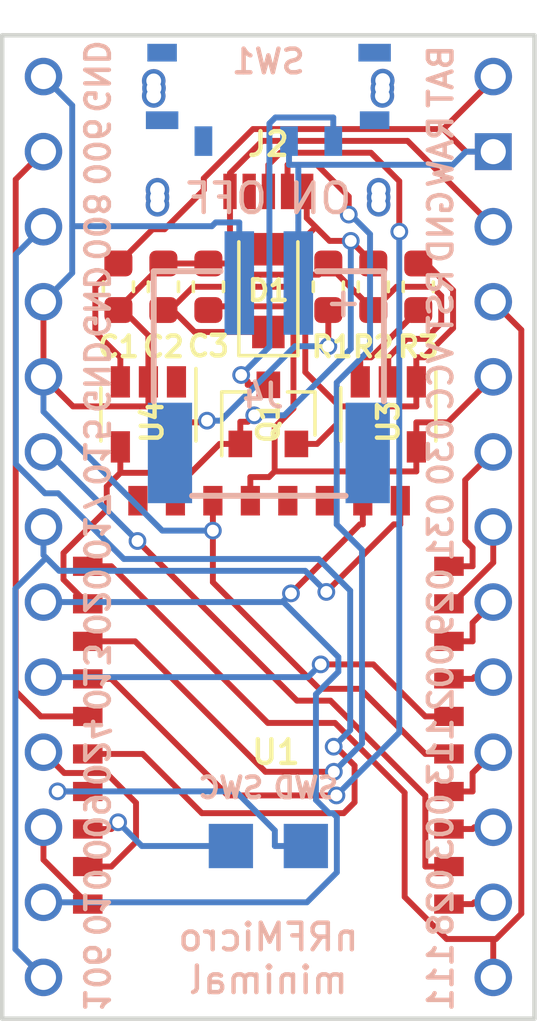
<source format=kicad_pcb>
(kicad_pcb (version 20171130) (host pcbnew "(5.1.0)-1")

  (general
    (thickness 1.6)
    (drawings 11)
    (tracks 303)
    (zones 0)
    (modules 17)
    (nets 38)
  )

  (page A4)
  (layers
    (0 F.Cu signal)
    (31 B.Cu signal)
    (32 B.Adhes user)
    (33 F.Adhes user)
    (34 B.Paste user)
    (35 F.Paste user)
    (36 B.SilkS user)
    (37 F.SilkS user)
    (38 B.Mask user)
    (39 F.Mask user)
    (40 Dwgs.User user)
    (41 Cmts.User user)
    (42 Eco1.User user)
    (43 Eco2.User user)
    (44 Edge.Cuts user)
    (45 Margin user)
    (46 B.CrtYd user)
    (47 F.CrtYd user)
    (48 B.Fab user)
    (49 F.Fab user)
  )

  (setup
    (last_trace_width 0.2)
    (user_trace_width 0.2)
    (user_trace_width 0.5)
    (trace_clearance 0.2)
    (zone_clearance 0.508)
    (zone_45_only yes)
    (trace_min 0.2)
    (via_size 0.6)
    (via_drill 0.4)
    (via_min_size 0.4)
    (via_min_drill 0.3)
    (uvia_size 0.3)
    (uvia_drill 0.1)
    (uvias_allowed no)
    (uvia_min_size 0.2)
    (uvia_min_drill 0.1)
    (edge_width 0.15)
    (segment_width 0.2)
    (pcb_text_width 0.3)
    (pcb_text_size 1.5 1.5)
    (mod_edge_width 0.15)
    (mod_text_size 1 1)
    (mod_text_width 0.15)
    (pad_size 1.5 1.5)
    (pad_drill 0)
    (pad_to_mask_clearance 0)
    (solder_mask_min_width 0.25)
    (aux_axis_origin 0 0)
    (grid_origin 96.181533 140.292775)
    (visible_elements 7FFFFFFF)
    (pcbplotparams
      (layerselection 0x010fc_ffffffff)
      (usegerberextensions true)
      (usegerberattributes false)
      (usegerberadvancedattributes false)
      (creategerberjobfile false)
      (excludeedgelayer true)
      (linewidth 0.100000)
      (plotframeref false)
      (viasonmask false)
      (mode 1)
      (useauxorigin false)
      (hpglpennumber 1)
      (hpglpenspeed 20)
      (hpglpendiameter 15.000000)
      (psnegative false)
      (psa4output false)
      (plotreference true)
      (plotvalue true)
      (plotinvisibletext false)
      (padsonsilk false)
      (subtractmaskfromsilk false)
      (outputformat 1)
      (mirror false)
      (drillshape 0)
      (scaleselection 1)
      (outputdirectory "gerber_fab/"))
  )

  (net 0 "")
  (net 1 GND)
  (net 2 VCC)
  (net 3 RESET)
  (net 4 /P0.05)
  (net 5 /P0.02)
  (net 6 /P0.29)
  (net 7 /P0.30)
  (net 8 "Net-(J1-Pad6)")
  (net 9 /P0.31)
  (net 10 /P0.10)
  (net 11 /P0.09)
  (net 12 "Net-(U3-Pad4)")
  (net 13 "Net-(J1-Pad4)")
  (net 14 VBUS)
  (net 15 VBAT)
  (net 16 DATA+)
  (net 17 DATA-)
  (net 18 /P1.13)
  (net 19 /P1.11)
  (net 20 /P0.13)
  (net 21 /P0.24)
  (net 22 /P0.03)
  (net 23 /P0.28)
  (net 24 /P0.00)
  (net 25 /P0.01)
  (net 26 "Net-(R1-Pad1)")
  (net 27 "Net-(R3-Pad2)")
  (net 28 "Net-(C2-Pad1)")
  (net 29 /P1.09)
  (net 30 SWC)
  (net 31 SWD)
  (net 32 "Net-(U4-Pad1)")
  (net 33 "Net-(Q1-Pad3)")
  (net 34 "Net-(SW1-Pad1)")
  (net 35 /P1.10)
  (net 36 VDH)
  (net 37 DCH)

  (net_class Default "This is the default net class."
    (clearance 0.2)
    (trace_width 0.2)
    (via_dia 0.6)
    (via_drill 0.4)
    (uvia_dia 0.3)
    (uvia_drill 0.1)
    (add_net /P0.00)
    (add_net /P0.01)
    (add_net /P0.02)
    (add_net /P0.03)
    (add_net /P0.05)
    (add_net /P0.09)
    (add_net /P0.10)
    (add_net /P0.13)
    (add_net /P0.24)
    (add_net /P0.28)
    (add_net /P0.29)
    (add_net /P0.30)
    (add_net /P0.31)
    (add_net /P1.09)
    (add_net /P1.10)
    (add_net /P1.11)
    (add_net /P1.13)
    (add_net DATA+)
    (add_net DATA-)
    (add_net DCH)
    (add_net GND)
    (add_net "Net-(C2-Pad1)")
    (add_net "Net-(J1-Pad4)")
    (add_net "Net-(J1-Pad6)")
    (add_net "Net-(Q1-Pad3)")
    (add_net "Net-(R1-Pad1)")
    (add_net "Net-(R3-Pad2)")
    (add_net "Net-(SW1-Pad1)")
    (add_net "Net-(U3-Pad4)")
    (add_net "Net-(U4-Pad1)")
    (add_net RESET)
    (add_net SWC)
    (add_net SWD)
    (add_net VBAT)
    (add_net VBUS)
    (add_net VCC)
    (add_net VDH)
  )

  (net_class Power ""
    (clearance 0.2)
    (trace_width 0.5)
    (via_dia 0.6)
    (via_drill 0.4)
    (uvia_dia 0.3)
    (uvia_drill 0.1)
  )

  (module nrfmicro:E73-2G4M08S1C-no-underside (layer F.Cu) (tedit 5DBD0464) (tstamp 5C6ECCBA)
    (at 103.802 123.783 270)
    (path /5C7001D3)
    (fp_text reference U1 (at 8.889775 -0.253533) (layer F.SilkS)
      (effects (font (size 0.8 0.8) (thickness 0.15)))
    )
    (fp_text value "E73-2G4M08S1C (nRF52840)" (at 9.778775 -0.635467 180) (layer F.Fab)
      (effects (font (size 0.8 0.8) (thickness 0.15)))
    )
    (fp_line (start 18.034 -6.604) (end -0.127 -6.604) (layer F.Fab) (width 0.15))
    (fp_line (start 18.034 6.604) (end 18.034 -6.604) (layer F.Fab) (width 0.15))
    (fp_line (start -0.127 6.604) (end 18.034 6.604) (layer F.Fab) (width 0.15))
    (fp_line (start -0.127 -6.604) (end -0.127 6.604) (layer F.Fab) (width 0.15))
    (pad 19 smd rect (at 0.381 0.61) (size 0.65 1) (layers F.Cu F.Paste F.Mask)
      (net 2 VCC))
    (pad 25 smd rect (at 0.381 4.42) (size 0.65 1) (layers F.Cu F.Paste F.Mask)
      (net 37 DCH))
    (pad 17 smd rect (at 0.381 -0.66) (size 0.65 1) (layers F.Cu F.Paste F.Mask)
      (net 29 /P1.09))
    (pad 15 smd rect (at 0.381 -1.93) (size 0.65 1) (layers F.Cu F.Paste F.Mask)
      (net 4 /P0.05))
    (pad 13 smd rect (at 0.381 -3.2) (size 0.65 1) (layers F.Cu F.Paste F.Mask)
      (net 25 /P0.01))
    (pad 21 smd rect (at 0.381 1.88) (size 0.65 1) (layers F.Cu F.Paste F.Mask)
      (net 1 GND))
    (pad 11 smd rect (at 0.381 -4.47) (size 0.65 1) (layers F.Cu F.Paste F.Mask)
      (net 24 /P0.00))
    (pad 23 smd rect (at 0.381 3.15) (size 0.65 1) (layers F.Cu F.Paste F.Mask)
      (net 36 VDH))
    (pad 26 smd rect (at 2.6 6.119 270) (size 0.65 1) (layers F.Cu F.Paste F.Mask)
      (net 3 RESET))
    (pad 27 smd rect (at 3.87 6.119 270) (size 0.65 1) (layers F.Cu F.Paste F.Mask)
      (net 14 VBUS))
    (pad 35 smd rect (at 8.95 6.119 270) (size 0.65 1) (layers F.Cu F.Paste F.Mask)
      (net 21 /P0.24))
    (pad 29 smd rect (at 5.14 6.119 270) (size 0.65 1) (layers F.Cu F.Paste F.Mask)
      (net 17 DATA-))
    (pad 37 smd rect (at 10.22 6.119 270) (size 0.65 1) (layers F.Cu F.Paste F.Mask)
      (net 31 SWD))
    (pad 39 smd rect (at 11.49 6.119 270) (size 0.65 1) (layers F.Cu F.Paste F.Mask)
      (net 30 SWC))
    (pad 41 smd rect (at 12.76 6.119 270) (size 0.65 1) (layers F.Cu F.Paste F.Mask)
      (net 11 /P0.09))
    (pad 33 smd rect (at 7.68 6.119 270) (size 0.65 1) (layers F.Cu F.Paste F.Mask)
      (net 20 /P0.13))
    (pad 43 smd rect (at 14.03 6.119 270) (size 0.65 1) (layers F.Cu F.Paste F.Mask)
      (net 10 /P0.10))
    (pad 31 smd rect (at 6.41 6.119 270) (size 0.65 1) (layers F.Cu F.Paste F.Mask)
      (net 16 DATA+))
    (pad 1 smd rect (at 14.03 -6.119 270) (size 0.65 1) (layers F.Cu F.Paste F.Mask)
      (net 19 /P1.11))
    (pad 2 smd rect (at 12.76 -6.119 270) (size 0.65 1) (layers F.Cu F.Paste F.Mask)
      (net 35 /P1.10))
    (pad 3 smd rect (at 11.49 -6.119 270) (size 0.65 1) (layers F.Cu F.Paste F.Mask)
      (net 22 /P0.03))
    (pad 4 smd rect (at 10.22 -6.119 270) (size 0.65 1) (layers F.Cu F.Paste F.Mask)
      (net 23 /P0.28))
    (pad 5 smd rect (at 8.95 -6.119 270) (size 0.65 1) (layers F.Cu F.Paste F.Mask)
      (net 1 GND))
    (pad 6 smd rect (at 7.68 -6.119 270) (size 0.65 1) (layers F.Cu F.Paste F.Mask)
      (net 18 /P1.13))
    (pad 7 smd rect (at 6.41 -6.119 270) (size 0.65 1) (layers F.Cu F.Paste F.Mask)
      (net 5 /P0.02))
    (pad 8 smd rect (at 5.14 -6.119 270) (size 0.65 1) (layers F.Cu F.Paste F.Mask)
      (net 6 /P0.29))
    (pad 9 smd rect (at 3.87 -6.119 270) (size 0.65 1) (layers F.Cu F.Paste F.Mask)
      (net 9 /P0.31))
    (pad 10 smd rect (at 2.6 -6.119 270) (size 0.65 1) (layers F.Cu F.Paste F.Mask)
      (net 7 /P0.30))
  )

  (module nrfmicro:usb_micro (layer F.Cu) (tedit 5D25284C) (tstamp 5C6ED4F1)
    (at 103.802 108.543 180)
    (descr "USB Micro-B receptacle, http://www.mouser.com/ds/2/445/629105150521-469306.pdf")
    (tags "usb micro receptacle")
    (path /5B116606)
    (attr smd)
    (fp_text reference J1 (at -0.000467 -4.064 180) (layer F.SilkS) hide
      (effects (font (size 0.7 0.7) (thickness 0.15)))
    )
    (fp_text value "USB_OTG 5 Pin 4 Legs" (at 0 -4.318 180) (layer F.Fab)
      (effects (font (size 0.4 0.4) (thickness 0.1)))
    )
    (fp_line (start -4 -5.86) (end -4 -0.46) (layer F.Fab) (width 0.15))
    (fp_line (start -4 -0.46) (end -3.7 -0.46) (layer F.Fab) (width 0.15))
    (fp_line (start -3.7 -0.46) (end -3.7 0.74) (layer F.Fab) (width 0.15))
    (fp_line (start -3.7 0.74) (end 3.7 0.74) (layer F.Fab) (width 0.15))
    (fp_line (start 3.7 0.74) (end 3.7 -0.46) (layer F.Fab) (width 0.15))
    (fp_line (start 3.7 -0.46) (end 4 -0.46) (layer F.Fab) (width 0.15))
    (fp_line (start 4 -0.46) (end 4 -5.86) (layer F.Fab) (width 0.15))
    (fp_line (start 4 -5.86) (end -4 -5.86) (layer F.Fab) (width 0.15))
    (fp_line (start -2.7 0.14) (end 2.7 0.14) (layer F.Fab) (width 0.15))
    (fp_line (start -4.94 -6.95) (end -4.94 1.24) (layer F.CrtYd) (width 0.05))
    (fp_line (start -4.94 1.24) (end 4.95 1.24) (layer F.CrtYd) (width 0.05))
    (fp_line (start 4.95 1.24) (end 4.95 -6.95) (layer F.CrtYd) (width 0.05))
    (fp_line (start 4.95 -6.95) (end -4.94 -6.95) (layer F.CrtYd) (width 0.05))
    (fp_text user "PCB Edge" (at 0 0.14 180) (layer Dwgs.User)
      (effects (font (size 0.5 0.5) (thickness 0.08)))
    )
    (pad 4 smd rect (at 0.65 -5.156 180) (size 0.45 1.2) (layers F.Cu F.Paste F.Mask)
      (net 13 "Net-(J1-Pad4)"))
    (pad 3 smd rect (at 0 -5.156 180) (size 0.45 1.2) (layers F.Cu F.Paste F.Mask)
      (net 16 DATA+))
    (pad 2 smd rect (at -0.65 -5.156 180) (size 0.45 1.2) (layers F.Cu F.Paste F.Mask)
      (net 17 DATA-))
    (pad 1 smd rect (at -1.3 -5.156 180) (size 0.45 1.2) (layers F.Cu F.Paste F.Mask)
      (net 14 VBUS))
    (pad 5 smd rect (at 1.3 -5.156 180) (size 0.45 1.2) (layers F.Cu F.Paste F.Mask)
      (net 1 GND))
    (pad "" thru_hole circle (at -3.863 -1.66 180) (size 0.8 0.8) (drill 0.5) (layers *.Cu *.Mask))
    (pad "" thru_hole circle (at -3.863 -1.924 180) (size 0.8 0.8) (drill 0.5) (layers *.Cu *.Mask))
    (pad "" thru_hole circle (at -3.875 -1.406 180) (size 0.8 0.8) (drill 0.5) (layers *.Cu *.Mask))
    (pad "" thru_hole circle (at 3.884 -1.924 180) (size 0.8 0.8) (drill 0.5) (layers *.Cu *.Mask))
    (pad "" thru_hole circle (at 3.875 -1.66 180) (size 0.8 0.8) (drill 0.5) (layers *.Cu *.Mask))
    (pad "" thru_hole circle (at 3.884 -1.416 180) (size 0.8 0.8) (drill 0.5) (layers *.Cu *.Mask))
    (pad 6 thru_hole circle (at -3.736 -5.353 180) (size 0.8 0.8) (drill 0.5) (layers *.Cu *.Mask)
      (net 8 "Net-(J1-Pad6)"))
    (pad 6 thru_hole circle (at -3.736 -5.607 180) (size 0.8 0.8) (drill 0.5) (layers *.Cu *.Mask)
      (net 8 "Net-(J1-Pad6)"))
    (pad 6 thru_hole circle (at -3.736 -5.099 180) (size 0.8 0.8) (drill 0.5) (layers *.Cu *.Mask)
      (net 8 "Net-(J1-Pad6)"))
    (pad "" thru_hole circle (at 3.757 -5.607 180) (size 0.8 0.8) (drill 0.5) (layers *.Cu *.Mask))
    (pad "" thru_hole circle (at 3.757 -5.099 180) (size 0.8 0.8) (drill 0.5) (layers *.Cu *.Mask))
    (pad "" thru_hole circle (at 3.757 -5.353 180) (size 0.8 0.8) (drill 0.5) (layers *.Cu *.Mask))
    (model ${KISYS3DMOD}/Connector_USB.3dshapes/USB_Micro-B_Molex_47346-0001.wrl
      (offset (xyz 0 4 0))
      (scale (xyz 1 1 1))
      (rotate (xyz 0 0 0))
    )
  )

  (module nrfmicro:JST_PH2_SMT_TH (layer B.Cu) (tedit 5D25273E) (tstamp 5D2571AE)
    (at 103.802 116.798 180)
    (descr http://www.jst-mfg.com/product/pdf/eng/ePH.pdf)
    (tags "JST, PH, Lipo, battery")
    (path /5D279334)
    (fp_text reference J4 (at 0.184 -3.809775 180) (layer B.SilkS)
      (effects (font (size 0.8 0.8) (thickness 0.15)) (justify mirror))
    )
    (fp_text value Conn_01x02 (at -0.016 -4.2 180) (layer B.SilkS) hide
      (effects (font (size 0.8 0.8) (thickness 0.15)) (justify mirror))
    )
    (fp_line (start 2.584 -7.2) (end -2.616 -7.2) (layer B.SilkS) (width 0.2))
    (fp_line (start 3.884 0.4) (end 3.884 -4) (layer B.SilkS) (width 0.2))
    (fp_line (start -3.916 0.4) (end -1.651 0.4) (layer B.SilkS) (width 0.2))
    (fp_line (start -3.916 0.4) (end -3.916 -4) (layer B.SilkS) (width 0.2))
    (fp_line (start 1.619 0.4) (end 3.884 0.4) (layer B.SilkS) (width 0.2))
    (pad 1 smd rect (at -1.016 0 180) (size 1 3.5) (layers B.Cu B.Paste B.Mask)
      (net 15 VBAT))
    (pad 3 smd rect (at -2.616 -5.95 180) (size 1.5 3.4) (drill (offset -0.75 0.2)) (layers B.Cu B.Paste B.Mask))
    (pad 2 smd rect (at 0.984 0 180) (size 1 3.5) (layers B.Cu B.Paste B.Mask)
      (net 1 GND))
    (pad 3 smd rect (at 4.084 -5.95 180) (size 1.5 3.4) (drill (offset -0.75 0.2)) (layers B.Cu B.Paste B.Mask))
  )

  (module nrfmicro:connector_swd (layer B.Cu) (tedit 5D252343) (tstamp 5D254CED)
    (at 103.802 135.848 180)
    (path /5D25D6D5)
    (fp_text reference J3 (at 0 3.175 180) (layer B.Fab)
      (effects (font (size 1 1) (thickness 0.15)) (justify mirror))
    )
    (fp_text value Conn_01x02 (at 0 5.08 180) (layer B.Fab)
      (effects (font (size 1 1) (thickness 0.15)) (justify mirror))
    )
    (fp_text user SWC (at 1.27 1.9685 unlocked) (layer B.SilkS)
      (effects (font (size 0.7 0.7) (thickness 0.15)) (justify mirror))
    )
    (fp_text user SWD (at -1.27 1.9685 unlocked) (layer B.SilkS)
      (effects (font (size 0.7 0.7) (thickness 0.15)) (justify mirror))
    )
    (pad 1 smd rect (at -1.27 0 90) (size 1.5 1.5) (layers B.Cu B.Paste B.Mask)
      (net 31 SWD))
    (pad 2 smd rect (at 1.27 0 180) (size 1.5 1.5) (layers B.Cu B.Paste B.Mask)
      (net 30 SWC))
  )

  (module nrfmicro:connector_swd (layer F.Cu) (tedit 5D251C68) (tstamp 5D254441)
    (at 103.802 109.813 180)
    (path /5D25E260)
    (fp_text reference J2 (at 0 -2.286 180) (layer F.SilkS)
      (effects (font (size 0.8 0.8) (thickness 0.15)))
    )
    (fp_text value Conn_01x02 (at 0 -5.08 180) (layer F.Fab)
      (effects (font (size 1 1) (thickness 0.15)))
    )
    (fp_text user BAT (at -5.842 0 90 unlocked) (layer B.SilkS)
      (effects (font (size 0.8 0.8) (thickness 0.15)) (justify mirror))
    )
    (fp_text user GND (at 5.842 0 270 unlocked) (layer B.SilkS)
      (effects (font (size 0.8 0.8) (thickness 0.15)) (justify mirror))
    )
    (pad 1 thru_hole circle (at -7.62 0 270) (size 1.27 1.27) (drill 0.85) (layers *.Cu *.Mask)
      (net 15 VBAT))
    (pad 2 thru_hole circle (at 7.62 0 180) (size 1.27 1.27) (drill 0.85) (layers *.Cu *.Mask)
      (net 1 GND))
  )

  (module nrfmicro:switch_MSK-12C02_smd (layer B.Cu) (tedit 5C7B2303) (tstamp 5D251F5E)
    (at 103.802 108.797 270)
    (path /5D255F9A)
    (attr smd)
    (fp_text reference SW1 (at 0.508 0 180) (layer B.SilkS)
      (effects (font (size 0.8 0.8) (thickness 0.15)) (justify mirror))
    )
    (fp_text value MSK-12C02 (at 5.35 0 180) (layer B.Fab)
      (effects (font (size 1 1) (thickness 0.15)) (justify mirror))
    )
    (fp_line (start 0.3 1.5) (end 0 1.5) (layer Dwgs.User) (width 0.15))
    (fp_line (start 0.3 -1.5) (end 0 -1.5) (layer Dwgs.User) (width 0.15))
    (fp_line (start 0.3 -1.5) (end 0.3 1.5) (layer Dwgs.User) (width 0.15))
    (fp_line (start -1.5 0.2) (end -1.5 1.5) (layer Dwgs.User) (width 0.15))
    (fp_line (start 0 0.2) (end -1.5 0.2) (layer Dwgs.User) (width 0.15))
    (fp_line (start -1.5 1.5) (end 0 1.5) (layer Dwgs.User) (width 0.15))
    (fp_line (start 0 -3.3) (end 2.7 -3.3) (layer Dwgs.User) (width 0.15))
    (fp_line (start 0 3.3) (end 0 -3.3) (layer Dwgs.User) (width 0.15))
    (fp_line (start 2.7 3.3) (end 2.7 -3.3) (layer Dwgs.User) (width 0.15))
    (fp_line (start 0 3.3) (end 2.7 3.3) (layer Dwgs.User) (width 0.15))
    (pad "" smd rect (at 2.493 -3.6 180) (size 1 0.6) (layers B.Cu B.Paste B.Mask))
    (pad "" smd rect (at 0.207 -3.6 180) (size 1.1 0.6) (layers B.Cu B.Paste B.Mask))
    (pad "" smd rect (at 2.493 3.6 180) (size 1.1 0.6) (layers B.Cu B.Paste B.Mask))
    (pad "" np_thru_hole circle (at 1.35 1.45 90) (size 0.7 0.7) (drill 0.7) (layers *.Cu *.Mask))
    (pad "" np_thru_hole circle (at 1.35 -1.45 90) (size 0.7 0.7) (drill 0.7) (layers *.Cu *.Mask))
    (pad 2 smd rect (at 3.2 -0.7 90) (size 1 0.6) (layers B.Cu B.Paste B.Mask)
      (net 15 VBAT))
    (pad 3 smd rect (at 3.2 -2.2 90) (size 1 0.6) (layers B.Cu B.Paste B.Mask)
      (net 33 "Net-(Q1-Pad3)"))
    (pad 1 smd rect (at 3.2 2.2 90) (size 1 0.6) (layers B.Cu B.Paste B.Mask)
      (net 34 "Net-(SW1-Pad1)"))
    (pad "" smd rect (at 0.207 3.6 180) (size 1 0.6) (layers B.Cu B.Paste B.Mask))
    (model ${KISYS3DMOD}/Button_Switch_SMD.3dshapes/SW_SPDT_PCM12.wrl
      (offset (xyz 1.7 0 0))
      (scale (xyz 1 1 1))
      (rotate (xyz 0 0 90))
    )
  )

  (module nrfmicro:pro_micro (layer F.Cu) (tedit 5D250FBC) (tstamp 5C713BB9)
    (at 103.421 127.085)
    (path /5AC0283B)
    (fp_text reference U2 (at 0.380533 8.635775) (layer Eco1.User)
      (effects (font (size 1.27 1.524) (thickness 0.2032)))
    )
    (fp_text value ProMicro (at 0 1.524 -90) (layer Margin) hide
      (effects (font (size 1.27 1.524) (thickness 0.2032)))
    )
    (fp_text user RAW (at 6.222533 -14.732225 270) (layer B.SilkS)
      (effects (font (size 0.8 0.8) (thickness 0.15)) (justify mirror))
    )
    (fp_text user 006 (at -5.461467 -14.732225 270 unlocked) (layer B.SilkS)
      (effects (font (size 0.8 0.8) (thickness 0.15)) (justify mirror))
    )
    (fp_text user 008 (at -5.461467 -12.192225 270 unlocked) (layer B.SilkS)
      (effects (font (size 0.8 0.8) (thickness 0.15)) (justify mirror))
    )
    (fp_text user GND (at -5.461467 -9.652225 270 unlocked) (layer B.SilkS)
      (effects (font (size 0.8 0.8) (thickness 0.15)) (justify mirror))
    )
    (fp_text user GND (at -5.461467 -7.112225 270 unlocked) (layer B.SilkS)
      (effects (font (size 0.8 0.8) (thickness 0.15)) (justify mirror))
    )
    (fp_text user RST (at 6.222533 -9.652225 270) (layer B.SilkS)
      (effects (font (size 0.8 0.8) (thickness 0.15)) (justify mirror))
    )
    (fp_text user GND (at 6.222533 -12.192225 270) (layer B.SilkS)
      (effects (font (size 0.8 0.8) (thickness 0.15)) (justify mirror))
    )
    (fp_line (start 6.731 -16.002) (end 6.731 -13.462) (layer Dwgs.User) (width 0.381))
    (fp_line (start -8.509 14.478) (end -8.509 -16.002) (layer Dwgs.User) (width 0.381))
    (fp_line (start 9.271 14.478) (end -8.509 14.478) (layer Dwgs.User) (width 0.381))
    (fp_line (start 9.271 -16.002) (end 9.271 14.478) (layer Dwgs.User) (width 0.381))
    (fp_line (start -8.509 -16.002) (end 9.271 -16.002) (layer Dwgs.User) (width 0.381))
    (fp_line (start 6.731 -13.462) (end 9.271 -13.462) (layer Dwgs.User) (width 0.381))
    (fp_text user VCC (at 6.222533 -7.112225 270) (layer B.SilkS)
      (effects (font (size 0.8 0.8) (thickness 0.15)) (justify mirror))
    )
    (fp_text user 010 (at -5.461467 10.667775 270 unlocked) (layer B.SilkS)
      (effects (font (size 0.8 0.8) (thickness 0.15)) (justify mirror))
    )
    (fp_text user 017 (at -5.461467 -2.032225 270 unlocked) (layer B.SilkS)
      (effects (font (size 0.8 0.8) (thickness 0.15)) (justify mirror))
    )
    (fp_text user 020 (at -5.461467 0.507775 270 unlocked) (layer B.SilkS)
      (effects (font (size 0.8 0.8) (thickness 0.15)) (justify mirror))
    )
    (fp_text user 015 (at -5.461467 -4.572225 270 unlocked) (layer B.SilkS)
      (effects (font (size 0.8 0.8) (thickness 0.15)) (justify mirror))
    )
    (fp_text user 013 (at -5.461467 3.047775 270 unlocked) (layer B.SilkS)
      (effects (font (size 0.8 0.8) (thickness 0.15)) (justify mirror))
    )
    (fp_text user 009 (at -5.461467 8.127775 270 unlocked) (layer B.SilkS)
      (effects (font (size 0.8 0.8) (thickness 0.15)) (justify mirror))
    )
    (fp_text user 024 (at -5.461467 5.587775 270 unlocked) (layer B.SilkS)
      (effects (font (size 0.8 0.8) (thickness 0.15)) (justify mirror))
    )
    (fp_text user 106 (at -5.461467 13.207775 270 unlocked) (layer B.SilkS)
      (effects (font (size 0.8 0.8) (thickness 0.15)) (justify mirror))
    )
    (fp_text user 003 (at 6.222533 8.127775 90) (layer B.SilkS)
      (effects (font (size 0.8 0.8) (thickness 0.15)) (justify mirror))
    )
    (fp_text user 028 (at 6.222533 10.667775 90) (layer B.SilkS)
      (effects (font (size 0.8 0.8) (thickness 0.15)) (justify mirror))
    )
    (fp_text user 030 (at 6.222533 -4.572225 90) (layer B.SilkS)
      (effects (font (size 0.8 0.8) (thickness 0.15)) (justify mirror))
    )
    (fp_text user 113 (at 6.222533 5.587775 90) (layer B.SilkS)
      (effects (font (size 0.8 0.8) (thickness 0.15)) (justify mirror))
    )
    (fp_text user 111 (at 6.222533 13.207775 90) (layer B.SilkS)
      (effects (font (size 0.8 0.8) (thickness 0.15)) (justify mirror))
    )
    (fp_text user 002 (at 6.222533 3.047775 90) (layer B.SilkS)
      (effects (font (size 0.8 0.8) (thickness 0.15)) (justify mirror))
    )
    (fp_text user 031 (at 6.222533 -2.032225 90) (layer B.SilkS)
      (effects (font (size 0.8 0.8) (thickness 0.15)) (justify mirror))
    )
    (fp_text user 029 (at 6.222533 0.507775 90) (layer B.SilkS)
      (effects (font (size 0.8 0.8) (thickness 0.15)) (justify mirror))
    )
    (pad 1 thru_hole rect (at 8.001 -14.732 270) (size 1.25 1.25) (drill 0.85) (layers *.Cu *.Mask)
      (net 15 VBAT))
    (pad 2 thru_hole circle (at 8.001 -12.192 270) (size 1.27 1.27) (drill 0.85) (layers *.Cu *.Mask)
      (net 1 GND))
    (pad 3 thru_hole circle (at 8.001 -9.652 270) (size 1.27 1.27) (drill 0.85) (layers *.Cu *.Mask)
      (net 3 RESET))
    (pad 4 thru_hole circle (at 8.001 -7.112 270) (size 1.27 1.27) (drill 0.85) (layers *.Cu *.Mask)
      (net 2 VCC))
    (pad 5 thru_hole circle (at 8.001 -4.572 270) (size 1.27 1.27) (drill 0.85) (layers *.Cu *.Mask)
      (net 7 /P0.30))
    (pad 6 thru_hole circle (at 8.001 -2.032 270) (size 1.27 1.27) (drill 0.85) (layers *.Cu *.Mask)
      (net 9 /P0.31))
    (pad 7 thru_hole circle (at 8.001 0.508 270) (size 1.27 1.27) (drill 0.85) (layers *.Cu *.Mask)
      (net 6 /P0.29))
    (pad 8 thru_hole circle (at 8.001 3.048 270) (size 1.27 1.27) (drill 0.85) (layers *.Cu *.Mask)
      (net 5 /P0.02))
    (pad 9 thru_hole circle (at 8.001 5.588 270) (size 1.27 1.27) (drill 0.85) (layers *.Cu *.Mask)
      (net 23 /P0.28))
    (pad 10 thru_hole circle (at 8.001 8.128 270) (size 1.27 1.27) (drill 0.85) (layers *.Cu *.Mask)
      (net 22 /P0.03))
    (pad 11 thru_hole circle (at 8.001 10.668 270) (size 1.27 1.27) (drill 0.85) (layers *.Cu *.Mask)
      (net 19 /P1.11))
    (pad 12 thru_hole circle (at 8.001 13.208 270) (size 1.27 1.27) (drill 0.85) (layers *.Cu *.Mask)
      (net 3 RESET))
    (pad 24 thru_hole circle (at -7.239 13.208 270) (size 1.27 1.27) (drill 0.85) (layers *.Cu *.Mask)
      (net 24 /P0.00))
    (pad 23 thru_hole circle (at -7.239 10.668 270) (size 1.27 1.27) (drill 0.85) (layers *.Cu *.Mask)
      (net 25 /P0.01))
    (pad 22 thru_hole circle (at -7.239 8.128 270) (size 1.27 1.27) (drill 0.85) (layers *.Cu *.Mask)
      (net 10 /P0.10))
    (pad 21 thru_hole circle (at -7.239 5.588 270) (size 1.27 1.27) (drill 0.85) (layers *.Cu *.Mask)
      (net 11 /P0.09))
    (pad 20 thru_hole circle (at -7.239 3.048 270) (size 1.27 1.27) (drill 0.85) (layers *.Cu *.Mask)
      (net 18 /P1.13))
    (pad 19 thru_hole circle (at -7.239 0.508 270) (size 1.27 1.27) (drill 0.85) (layers *.Cu *.Mask)
      (net 25 /P0.01))
    (pad 18 thru_hole circle (at -7.239 -2.032 270) (size 1.27 1.27) (drill 0.85) (layers *.Cu *.Mask)
      (net 24 /P0.00))
    (pad 17 thru_hole circle (at -7.239 -4.572 270) (size 1.27 1.27) (drill 0.85) (layers *.Cu *.Mask)
      (net 35 /P1.10))
    (pad 16 thru_hole circle (at -7.239 -7.112 270) (size 1.27 1.27) (drill 0.85) (layers *.Cu *.Mask)
      (net 1 GND))
    (pad 15 thru_hole circle (at -7.239 -9.652 270) (size 1.27 1.27) (drill 0.85) (layers *.Cu *.Mask)
      (net 1 GND))
    (pad 14 thru_hole circle (at -7.239 -12.192 270) (size 1.27 1.27) (drill 0.85) (layers *.Cu *.Mask)
      (net 21 /P0.24))
    (pad 13 thru_hole circle (at -7.239 -14.732 270) (size 1.27 1.27) (drill 0.85) (layers *.Cu *.Mask)
      (net 20 /P0.13))
  )

  (module Capacitor_SMD:C_0603_1608Metric (layer F.Cu) (tedit 5B301BBE) (tstamp 5CB0F1CC)
    (at 101.77 116.925 90)
    (descr "Capacitor SMD 0603 (1608 Metric), square (rectangular) end terminal, IPC_7351 nominal, (Body size source: http://www.tortai-tech.com/upload/download/2011102023233369053.pdf), generated with kicad-footprint-generator")
    (tags capacitor)
    (path /5CC9355F)
    (attr smd)
    (fp_text reference C3 (at -2.006775 0 180) (layer F.SilkS)
      (effects (font (size 0.7 0.7) (thickness 0.15)))
    )
    (fp_text value 10uF (at 0 1.65 90) (layer F.Fab)
      (effects (font (size 0.8 0.8) (thickness 0.15)))
    )
    (fp_text user %R (at 0 0 90) (layer F.Fab)
      (effects (font (size 0.5 0.5) (thickness 0.08)))
    )
    (fp_line (start 1.48 0.73) (end -1.48 0.73) (layer F.CrtYd) (width 0.05))
    (fp_line (start 1.48 -0.73) (end 1.48 0.73) (layer F.CrtYd) (width 0.05))
    (fp_line (start -1.48 -0.73) (end 1.48 -0.73) (layer F.CrtYd) (width 0.05))
    (fp_line (start -1.48 0.73) (end -1.48 -0.73) (layer F.CrtYd) (width 0.05))
    (fp_line (start -0.162779 0.51) (end 0.162779 0.51) (layer F.SilkS) (width 0.12))
    (fp_line (start -0.162779 -0.51) (end 0.162779 -0.51) (layer F.SilkS) (width 0.12))
    (fp_line (start 0.8 0.4) (end -0.8 0.4) (layer F.Fab) (width 0.1))
    (fp_line (start 0.8 -0.4) (end 0.8 0.4) (layer F.Fab) (width 0.1))
    (fp_line (start -0.8 -0.4) (end 0.8 -0.4) (layer F.Fab) (width 0.1))
    (fp_line (start -0.8 0.4) (end -0.8 -0.4) (layer F.Fab) (width 0.1))
    (pad 2 smd roundrect (at 0.7875 0 90) (size 0.875 0.95) (layers F.Cu F.Paste F.Mask) (roundrect_rratio 0.25)
      (net 1 GND))
    (pad 1 smd roundrect (at -0.7875 0 90) (size 0.875 0.95) (layers F.Cu F.Paste F.Mask) (roundrect_rratio 0.25)
      (net 2 VCC))
    (model ${KISYS3DMOD}/Capacitor_SMD.3dshapes/C_0603_1608Metric.wrl
      (at (xyz 0 0 0))
      (scale (xyz 1 1 1))
      (rotate (xyz 0 0 0))
    )
  )

  (module Capacitor_SMD:C_0603_1608Metric (layer F.Cu) (tedit 5B301BBE) (tstamp 5CB0F1BB)
    (at 100.246 116.925 90)
    (descr "Capacitor SMD 0603 (1608 Metric), square (rectangular) end terminal, IPC_7351 nominal, (Body size source: http://www.tortai-tech.com/upload/download/2011102023233369053.pdf), generated with kicad-footprint-generator")
    (tags capacitor)
    (path /5B158BD8)
    (attr smd)
    (fp_text reference C2 (at -2.031775 -0.000467 180) (layer F.SilkS)
      (effects (font (size 0.7 0.7) (thickness 0.15)))
    )
    (fp_text value 10uF (at 0 1.65 90) (layer F.Fab)
      (effects (font (size 0.8 0.8) (thickness 0.15)))
    )
    (fp_text user %R (at 0 0 90) (layer F.Fab)
      (effects (font (size 0.5 0.5) (thickness 0.08)))
    )
    (fp_line (start 1.48 0.73) (end -1.48 0.73) (layer F.CrtYd) (width 0.05))
    (fp_line (start 1.48 -0.73) (end 1.48 0.73) (layer F.CrtYd) (width 0.05))
    (fp_line (start -1.48 -0.73) (end 1.48 -0.73) (layer F.CrtYd) (width 0.05))
    (fp_line (start -1.48 0.73) (end -1.48 -0.73) (layer F.CrtYd) (width 0.05))
    (fp_line (start -0.162779 0.51) (end 0.162779 0.51) (layer F.SilkS) (width 0.12))
    (fp_line (start -0.162779 -0.51) (end 0.162779 -0.51) (layer F.SilkS) (width 0.12))
    (fp_line (start 0.8 0.4) (end -0.8 0.4) (layer F.Fab) (width 0.1))
    (fp_line (start 0.8 -0.4) (end 0.8 0.4) (layer F.Fab) (width 0.1))
    (fp_line (start -0.8 -0.4) (end 0.8 -0.4) (layer F.Fab) (width 0.1))
    (fp_line (start -0.8 0.4) (end -0.8 -0.4) (layer F.Fab) (width 0.1))
    (pad 2 smd roundrect (at 0.7875 0 90) (size 0.875 0.95) (layers F.Cu F.Paste F.Mask) (roundrect_rratio 0.25)
      (net 1 GND))
    (pad 1 smd roundrect (at -0.7875 0 90) (size 0.875 0.95) (layers F.Cu F.Paste F.Mask) (roundrect_rratio 0.25)
      (net 28 "Net-(C2-Pad1)"))
    (model ${KISYS3DMOD}/Capacitor_SMD.3dshapes/C_0603_1608Metric.wrl
      (at (xyz 0 0 0))
      (scale (xyz 1 1 1))
      (rotate (xyz 0 0 0))
    )
  )

  (module Capacitor_SMD:C_0603_1608Metric (layer F.Cu) (tedit 5B301BBE) (tstamp 5CB0F1AA)
    (at 98.7215 116.925 270)
    (descr "Capacitor SMD 0603 (1608 Metric), square (rectangular) end terminal, IPC_7351 nominal, (Body size source: http://www.tortai-tech.com/upload/download/2011102023233369053.pdf), generated with kicad-footprint-generator")
    (tags capacitor)
    (path /5C70161B)
    (attr smd)
    (fp_text reference C1 (at 2.031775 0.000467) (layer F.SilkS)
      (effects (font (size 0.7 0.7) (thickness 0.15)))
    )
    (fp_text value 10uF (at 0 1.65 270) (layer F.Fab)
      (effects (font (size 0.8 0.8) (thickness 0.15)))
    )
    (fp_text user %R (at 0 0 270) (layer F.Fab)
      (effects (font (size 0.5 0.5) (thickness 0.08)))
    )
    (fp_line (start 1.48 0.73) (end -1.48 0.73) (layer F.CrtYd) (width 0.05))
    (fp_line (start 1.48 -0.73) (end 1.48 0.73) (layer F.CrtYd) (width 0.05))
    (fp_line (start -1.48 -0.73) (end 1.48 -0.73) (layer F.CrtYd) (width 0.05))
    (fp_line (start -1.48 0.73) (end -1.48 -0.73) (layer F.CrtYd) (width 0.05))
    (fp_line (start -0.162779 0.51) (end 0.162779 0.51) (layer F.SilkS) (width 0.12))
    (fp_line (start -0.162779 -0.51) (end 0.162779 -0.51) (layer F.SilkS) (width 0.12))
    (fp_line (start 0.8 0.4) (end -0.8 0.4) (layer F.Fab) (width 0.1))
    (fp_line (start 0.8 -0.4) (end 0.8 0.4) (layer F.Fab) (width 0.1))
    (fp_line (start -0.8 -0.4) (end 0.8 -0.4) (layer F.Fab) (width 0.1))
    (fp_line (start -0.8 0.4) (end -0.8 -0.4) (layer F.Fab) (width 0.1))
    (pad 2 smd roundrect (at 0.7875 0 270) (size 0.875 0.95) (layers F.Cu F.Paste F.Mask) (roundrect_rratio 0.25)
      (net 1 GND))
    (pad 1 smd roundrect (at -0.7875 0 270) (size 0.875 0.95) (layers F.Cu F.Paste F.Mask) (roundrect_rratio 0.25)
      (net 15 VBAT))
    (model ${KISYS3DMOD}/Capacitor_SMD.3dshapes/C_0603_1608Metric.wrl
      (at (xyz 0 0 0))
      (scale (xyz 1 1 1))
      (rotate (xyz 0 0 0))
    )
  )

  (module Resistor_SMD:R_0603_1608Metric (layer F.Cu) (tedit 5C7CA377) (tstamp 5C7D3CE5)
    (at 105.834 116.925 90)
    (descr "Resistor SMD 0603 (1608 Metric), square (rectangular) end terminal, IPC_7351 nominal, (Body size source: http://www.tortai-tech.com/upload/download/2011102023233369053.pdf), generated with kicad-footprint-generator")
    (tags resistor)
    (path /5C701629)
    (attr smd)
    (fp_text reference R1 (at -2.031775 0.126533 -180) (layer F.SilkS)
      (effects (font (size 0.7 0.7) (thickness 0.15)))
    )
    (fp_text value 4.7K (at 0 1.43 90) (layer F.Fab)
      (effects (font (size 0.8 0.8) (thickness 0.15)))
    )
    (fp_line (start -0.8 0.4) (end -0.8 -0.4) (layer F.Fab) (width 0.1))
    (fp_line (start -0.8 -0.4) (end 0.8 -0.4) (layer F.Fab) (width 0.1))
    (fp_line (start 0.8 -0.4) (end 0.8 0.4) (layer F.Fab) (width 0.1))
    (fp_line (start 0.8 0.4) (end -0.8 0.4) (layer F.Fab) (width 0.1))
    (fp_line (start -0.162779 -0.51) (end 0.162779 -0.51) (layer F.SilkS) (width 0.12))
    (fp_line (start -0.162779 0.51) (end 0.162779 0.51) (layer F.SilkS) (width 0.12))
    (fp_line (start -1.48 0.73) (end -1.48 -0.73) (layer F.CrtYd) (width 0.05))
    (fp_line (start -1.48 -0.73) (end 1.48 -0.73) (layer F.CrtYd) (width 0.05))
    (fp_line (start 1.48 -0.73) (end 1.48 0.73) (layer F.CrtYd) (width 0.05))
    (fp_line (start 1.48 0.73) (end -1.48 0.73) (layer F.CrtYd) (width 0.05))
    (fp_text user %R (at 0 0 90) (layer F.Fab)
      (effects (font (size 0.4 0.4) (thickness 0.06)))
    )
    (pad 1 smd roundrect (at -0.7875 0 90) (size 0.875 0.95) (layers F.Cu F.Paste F.Mask) (roundrect_rratio 0.25)
      (net 26 "Net-(R1-Pad1)"))
    (pad 2 smd roundrect (at 0.7875 0 90) (size 0.875 0.95) (layers F.Cu F.Paste F.Mask) (roundrect_rratio 0.25)
      (net 1 GND))
    (model ${KISYS3DMOD}/Resistor_SMD.3dshapes/R_0603_1608Metric.wrl
      (at (xyz 0 0 0))
      (scale (xyz 1 1 1))
      (rotate (xyz 0 0 0))
    )
  )

  (module Resistor_SMD:R_0603_1608Metric (layer F.Cu) (tedit 5C7C9E57) (tstamp 5C7360DF)
    (at 108.882 116.925 270)
    (descr "Resistor SMD 0603 (1608 Metric), square (rectangular) end terminal, IPC_7351 nominal, (Body size source: http://www.tortai-tech.com/upload/download/2011102023233369053.pdf), generated with kicad-footprint-generator")
    (tags resistor)
    (path /5CC730D9)
    (attr smd)
    (fp_text reference R3 (at 0 -1.43 270) (layer F.SilkS) hide
      (effects (font (size 0.8 0.8) (thickness 0.15)))
    )
    (fp_text value 100K (at 0 1.43 270) (layer F.Fab)
      (effects (font (size 0.8 0.8) (thickness 0.15)))
    )
    (fp_text user %R (at 2.031775 0.000467 180) (layer F.SilkS)
      (effects (font (size 0.7 0.7) (thickness 0.15)))
    )
    (fp_line (start 1.48 0.73) (end -1.48 0.73) (layer F.CrtYd) (width 0.05))
    (fp_line (start 1.48 -0.73) (end 1.48 0.73) (layer F.CrtYd) (width 0.05))
    (fp_line (start -1.48 -0.73) (end 1.48 -0.73) (layer F.CrtYd) (width 0.05))
    (fp_line (start -1.48 0.73) (end -1.48 -0.73) (layer F.CrtYd) (width 0.05))
    (fp_line (start -0.162779 0.51) (end 0.162779 0.51) (layer F.SilkS) (width 0.12))
    (fp_line (start -0.162779 -0.51) (end 0.162779 -0.51) (layer F.SilkS) (width 0.12))
    (fp_line (start 0.8 0.4) (end -0.8 0.4) (layer F.Fab) (width 0.1))
    (fp_line (start 0.8 -0.4) (end 0.8 0.4) (layer F.Fab) (width 0.1))
    (fp_line (start -0.8 -0.4) (end 0.8 -0.4) (layer F.Fab) (width 0.1))
    (fp_line (start -0.8 0.4) (end -0.8 -0.4) (layer F.Fab) (width 0.1))
    (pad 2 smd roundrect (at 0.7875 0 270) (size 0.875 0.95) (layers F.Cu F.Paste F.Mask) (roundrect_rratio 0.25)
      (net 27 "Net-(R3-Pad2)"))
    (pad 1 smd roundrect (at -0.7875 0 270) (size 0.875 0.95) (layers F.Cu F.Paste F.Mask) (roundrect_rratio 0.25)
      (net 28 "Net-(C2-Pad1)"))
    (model ${KISYS3DMOD}/Resistor_SMD.3dshapes/R_0603_1608Metric.wrl
      (at (xyz 0 0 0))
      (scale (xyz 1 1 1))
      (rotate (xyz 0 0 0))
    )
  )

  (module Resistor_SMD:R_0603_1608Metric (layer F.Cu) (tedit 5C7C9E69) (tstamp 5C7360CF)
    (at 107.358 116.925 270)
    (descr "Resistor SMD 0603 (1608 Metric), square (rectangular) end terminal, IPC_7351 nominal, (Body size source: http://www.tortai-tech.com/upload/download/2011102023233369053.pdf), generated with kicad-footprint-generator")
    (tags resistor)
    (path /5B159927)
    (attr smd)
    (fp_text reference R2 (at 0 -1.43 270) (layer F.SilkS) hide
      (effects (font (size 0.8 0.8) (thickness 0.15)))
    )
    (fp_text value 100K (at 0 1.43 270) (layer F.Fab)
      (effects (font (size 0.8 0.8) (thickness 0.15)))
    )
    (fp_line (start -0.8 0.4) (end -0.8 -0.4) (layer F.Fab) (width 0.1))
    (fp_line (start -0.8 -0.4) (end 0.8 -0.4) (layer F.Fab) (width 0.1))
    (fp_line (start 0.8 -0.4) (end 0.8 0.4) (layer F.Fab) (width 0.1))
    (fp_line (start 0.8 0.4) (end -0.8 0.4) (layer F.Fab) (width 0.1))
    (fp_line (start -0.162779 -0.51) (end 0.162779 -0.51) (layer F.SilkS) (width 0.12))
    (fp_line (start -0.162779 0.51) (end 0.162779 0.51) (layer F.SilkS) (width 0.12))
    (fp_line (start -1.48 0.73) (end -1.48 -0.73) (layer F.CrtYd) (width 0.05))
    (fp_line (start -1.48 -0.73) (end 1.48 -0.73) (layer F.CrtYd) (width 0.05))
    (fp_line (start 1.48 -0.73) (end 1.48 0.73) (layer F.CrtYd) (width 0.05))
    (fp_line (start 1.48 0.73) (end -1.48 0.73) (layer F.CrtYd) (width 0.05))
    (fp_text user %R (at 2.031775 0.000467 180) (layer F.SilkS)
      (effects (font (size 0.7 0.7) (thickness 0.15)))
    )
    (pad 1 smd roundrect (at -0.7875 0 270) (size 0.875 0.95) (layers F.Cu F.Paste F.Mask) (roundrect_rratio 0.25)
      (net 14 VBUS))
    (pad 2 smd roundrect (at 0.7875 0 270) (size 0.875 0.95) (layers F.Cu F.Paste F.Mask) (roundrect_rratio 0.25)
      (net 1 GND))
    (model ${KISYS3DMOD}/Resistor_SMD.3dshapes/R_0603_1608Metric.wrl
      (at (xyz 0 0 0))
      (scale (xyz 1 1 1))
      (rotate (xyz 0 0 0))
    )
  )

  (module Package_TO_SOT_SMD:SOT-23 (layer F.Cu) (tedit 5C70E02D) (tstamp 5C70F293)
    (at 103.802 121.243 90)
    (descr "SOT-23, Standard")
    (tags SOT-23)
    (path /5B1587C5)
    (attr smd)
    (fp_text reference Q1 (at -0.254225 0.000467 90) (layer F.SilkS)
      (effects (font (size 0.7 0.7) (thickness 0.15)))
    )
    (fp_text value AO3407 (at 0 2.5 90) (layer F.Fab)
      (effects (font (size 0.8 0.8) (thickness 0.15)))
    )
    (fp_text user %R (at 0 0 -180) (layer F.Fab)
      (effects (font (size 0.5 0.5) (thickness 0.075)))
    )
    (fp_line (start -0.7 -0.95) (end -0.7 1.5) (layer F.Fab) (width 0.1))
    (fp_line (start -0.15 -1.52) (end 0.7 -1.52) (layer F.Fab) (width 0.1))
    (fp_line (start -0.7 -0.95) (end -0.15 -1.52) (layer F.Fab) (width 0.1))
    (fp_line (start 0.7 -1.52) (end 0.7 1.52) (layer F.Fab) (width 0.1))
    (fp_line (start -0.7 1.52) (end 0.7 1.52) (layer F.Fab) (width 0.1))
    (fp_line (start 0.76 1.58) (end 0.76 0.65) (layer F.SilkS) (width 0.12))
    (fp_line (start 0.76 -1.58) (end 0.76 -0.65) (layer F.SilkS) (width 0.12))
    (fp_line (start -1.7 -1.75) (end 1.7 -1.75) (layer F.CrtYd) (width 0.05))
    (fp_line (start 1.7 -1.75) (end 1.7 1.75) (layer F.CrtYd) (width 0.05))
    (fp_line (start 1.7 1.75) (end -1.7 1.75) (layer F.CrtYd) (width 0.05))
    (fp_line (start -1.7 1.75) (end -1.7 -1.75) (layer F.CrtYd) (width 0.05))
    (fp_line (start 0.76 -1.58) (end -1.4 -1.58) (layer F.SilkS) (width 0.12))
    (fp_line (start 0.76 1.58) (end -0.7 1.58) (layer F.SilkS) (width 0.12))
    (pad 1 smd rect (at -1 -0.95 90) (size 0.9 0.8) (layers F.Cu F.Paste F.Mask)
      (net 14 VBUS))
    (pad 2 smd rect (at -1 0.95 90) (size 0.9 0.8) (layers F.Cu F.Paste F.Mask)
      (net 28 "Net-(C2-Pad1)"))
    (pad 3 smd rect (at 1 0 90) (size 0.9 0.8) (layers F.Cu F.Paste F.Mask)
      (net 33 "Net-(Q1-Pad3)"))
    (model ${KISYS3DMOD}/Package_TO_SOT_SMD.3dshapes/SOT-23.wrl
      (at (xyz 0 0 0))
      (scale (xyz 1 1 1))
      (rotate (xyz 0 0 0))
    )
  )

  (module Diode_SMD:D_SOD-123F (layer F.Cu) (tedit 5C70E0C7) (tstamp 5C731C4E)
    (at 103.802 117.055 90)
    (descr D_SOD-123F)
    (tags D_SOD-123F)
    (path /5B158495)
    (attr smd)
    (fp_text reference D1 (at 0 0) (layer F.SilkS)
      (effects (font (size 0.7 0.7) (thickness 0.15)))
    )
    (fp_text value 1N5819 (at 0 2.1 90) (layer F.Fab)
      (effects (font (size 0.8 0.8) (thickness 0.15)))
    )
    (fp_text user %R (at -0.127 -1.905 90) (layer F.Fab)
      (effects (font (size 0.8 0.8) (thickness 0.15)))
    )
    (fp_line (start -2.2 -1) (end -2.2 1) (layer F.SilkS) (width 0.12))
    (fp_line (start 0.25 0) (end 0.75 0) (layer F.Fab) (width 0.1))
    (fp_line (start 0.25 0.4) (end -0.35 0) (layer F.Fab) (width 0.1))
    (fp_line (start 0.25 -0.4) (end 0.25 0.4) (layer F.Fab) (width 0.1))
    (fp_line (start -0.35 0) (end 0.25 -0.4) (layer F.Fab) (width 0.1))
    (fp_line (start -0.35 0) (end -0.35 0.55) (layer F.Fab) (width 0.1))
    (fp_line (start -0.35 0) (end -0.35 -0.55) (layer F.Fab) (width 0.1))
    (fp_line (start -0.75 0) (end -0.35 0) (layer F.Fab) (width 0.1))
    (fp_line (start -1.4 0.9) (end -1.4 -0.9) (layer F.Fab) (width 0.1))
    (fp_line (start 1.4 0.9) (end -1.4 0.9) (layer F.Fab) (width 0.1))
    (fp_line (start 1.4 -0.9) (end 1.4 0.9) (layer F.Fab) (width 0.1))
    (fp_line (start -1.4 -0.9) (end 1.4 -0.9) (layer F.Fab) (width 0.1))
    (fp_line (start -2.2 -1.15) (end 2.2 -1.15) (layer F.CrtYd) (width 0.05))
    (fp_line (start 2.2 -1.15) (end 2.2 1.15) (layer F.CrtYd) (width 0.05))
    (fp_line (start 2.2 1.15) (end -2.2 1.15) (layer F.CrtYd) (width 0.05))
    (fp_line (start -2.2 -1.15) (end -2.2 1.15) (layer F.CrtYd) (width 0.05))
    (fp_line (start -2.2 1) (end 1.65 1) (layer F.SilkS) (width 0.12))
    (fp_line (start -2.2 -1) (end 1.65 -1) (layer F.SilkS) (width 0.12))
    (pad 1 smd rect (at -1.4 0 90) (size 1.1 1.1) (layers F.Cu F.Paste F.Mask)
      (net 28 "Net-(C2-Pad1)"))
    (pad 2 smd rect (at 1.4 0 90) (size 1.1 1.1) (layers F.Cu F.Paste F.Mask)
      (net 14 VBUS))
    (model ${KISYS3DMOD}/Diode_SMD.3dshapes/D_SOD-123F.wrl
      (at (xyz 0 0 0))
      (scale (xyz 1 1 1))
      (rotate (xyz 0 0 0))
    )
  )

  (module Package_TO_SOT_SMD:SOT-23-5 (layer F.Cu) (tedit 5C70E092) (tstamp 5C6EC9AA)
    (at 107.866 121.243 270)
    (descr "5-pin SOT23 package")
    (tags SOT-23-5)
    (path /5CC0D0AF)
    (attr smd)
    (fp_text reference U3 (at 0.253775 0.000467 270) (layer F.SilkS)
      (effects (font (size 0.7 0.7) (thickness 0.15)))
    )
    (fp_text value AP2112K-3.3 (at 0 2.9 270) (layer F.Fab)
      (effects (font (size 0.8 0.8) (thickness 0.15)))
    )
    (fp_line (start 0.9 -1.55) (end 0.9 1.55) (layer F.Fab) (width 0.1))
    (fp_line (start 0.9 1.55) (end -0.9 1.55) (layer F.Fab) (width 0.1))
    (fp_line (start -0.9 -0.9) (end -0.9 1.55) (layer F.Fab) (width 0.1))
    (fp_line (start 0.9 -1.55) (end -0.25 -1.55) (layer F.Fab) (width 0.1))
    (fp_line (start -0.9 -0.9) (end -0.25 -1.55) (layer F.Fab) (width 0.1))
    (fp_line (start -1.9 1.8) (end -1.9 -1.8) (layer F.CrtYd) (width 0.05))
    (fp_line (start 1.9 1.8) (end -1.9 1.8) (layer F.CrtYd) (width 0.05))
    (fp_line (start 1.9 -1.8) (end 1.9 1.8) (layer F.CrtYd) (width 0.05))
    (fp_line (start -1.9 -1.8) (end 1.9 -1.8) (layer F.CrtYd) (width 0.05))
    (fp_line (start 0.9 -1.61) (end -1.55 -1.61) (layer F.SilkS) (width 0.12))
    (fp_line (start -0.9 1.61) (end 0.9 1.61) (layer F.SilkS) (width 0.12))
    (fp_text user %R (at 0 0) (layer F.Fab)
      (effects (font (size 0.5 0.5) (thickness 0.075)))
    )
    (pad 5 smd rect (at 1.1 -0.95 270) (size 1.06 0.65) (layers F.Cu F.Paste F.Mask)
      (net 2 VCC))
    (pad 4 smd rect (at 1.1 0.95 270) (size 1.06 0.65) (layers F.Cu F.Paste F.Mask)
      (net 12 "Net-(U3-Pad4)"))
    (pad 3 smd rect (at -1.1 0.95 270) (size 1.06 0.65) (layers F.Cu F.Paste F.Mask)
      (net 27 "Net-(R3-Pad2)"))
    (pad 2 smd rect (at -1.1 0 270) (size 1.06 0.65) (layers F.Cu F.Paste F.Mask)
      (net 1 GND))
    (pad 1 smd rect (at -1.1 -0.95 270) (size 1.06 0.65) (layers F.Cu F.Paste F.Mask)
      (net 28 "Net-(C2-Pad1)"))
    (model ${KISYS3DMOD}/Package_TO_SOT_SMD.3dshapes/SOT-23-5.wrl
      (at (xyz 0 0 0))
      (scale (xyz 1 1 1))
      (rotate (xyz 0 0 0))
    )
  )

  (module Package_TO_SOT_SMD:SOT-23-5 (layer F.Cu) (tedit 5C70E07F) (tstamp 5C6EC9A9)
    (at 99.7375 121.243 270)
    (descr "5-pin SOT23 package")
    (tags SOT-23-5)
    (path /5C7257C3)
    (attr smd)
    (fp_text reference U4 (at 0.253775 -0.127 270) (layer F.SilkS)
      (effects (font (size 0.7 0.7) (thickness 0.15)))
    )
    (fp_text value MCP73831-2-OT (at 0 2.9 270) (layer F.Fab)
      (effects (font (size 0.8 0.8) (thickness 0.15)))
    )
    (fp_text user %R (at 0 0) (layer F.Fab)
      (effects (font (size 0.5 0.5) (thickness 0.075)))
    )
    (fp_line (start -0.9 1.61) (end 0.9 1.61) (layer F.SilkS) (width 0.12))
    (fp_line (start 0.9 -1.61) (end -1.55 -1.61) (layer F.SilkS) (width 0.12))
    (fp_line (start -1.9 -1.8) (end 1.9 -1.8) (layer F.CrtYd) (width 0.05))
    (fp_line (start 1.9 -1.8) (end 1.9 1.8) (layer F.CrtYd) (width 0.05))
    (fp_line (start 1.9 1.8) (end -1.9 1.8) (layer F.CrtYd) (width 0.05))
    (fp_line (start -1.9 1.8) (end -1.9 -1.8) (layer F.CrtYd) (width 0.05))
    (fp_line (start -0.9 -0.9) (end -0.25 -1.55) (layer F.Fab) (width 0.1))
    (fp_line (start 0.9 -1.55) (end -0.25 -1.55) (layer F.Fab) (width 0.1))
    (fp_line (start -0.9 -0.9) (end -0.9 1.55) (layer F.Fab) (width 0.1))
    (fp_line (start 0.9 1.55) (end -0.9 1.55) (layer F.Fab) (width 0.1))
    (fp_line (start 0.9 -1.55) (end 0.9 1.55) (layer F.Fab) (width 0.1))
    (pad 1 smd rect (at -1.1 -0.95 270) (size 1.06 0.65) (layers F.Cu F.Paste F.Mask)
      (net 32 "Net-(U4-Pad1)"))
    (pad 2 smd rect (at -1.1 0 270) (size 1.06 0.65) (layers F.Cu F.Paste F.Mask)
      (net 1 GND))
    (pad 3 smd rect (at -1.1 0.95 270) (size 1.06 0.65) (layers F.Cu F.Paste F.Mask)
      (net 15 VBAT))
    (pad 4 smd rect (at 1.1 0.95 270) (size 1.06 0.65) (layers F.Cu F.Paste F.Mask)
      (net 14 VBUS))
    (pad 5 smd rect (at 1.1 -0.95 270) (size 1.06 0.65) (layers F.Cu F.Paste F.Mask)
      (net 26 "Net-(R1-Pad1)"))
    (model ${KISYS3DMOD}/Package_TO_SOT_SMD.3dshapes/SOT-23-5.wrl
      (at (xyz 0 0 0))
      (scale (xyz 1 1 1))
      (rotate (xyz 0 0 0))
    )
  )

  (gr_line (start 112.818533 141.689775) (end 94.784533 141.689775) (layer Margin) (width 0.15) (tstamp 5D2598CD))
  (gr_line (start 112.818533 108.415775) (end 112.818533 141.689775) (layer Margin) (width 0.15) (tstamp 5D259819))
  (gr_line (start 94.784533 141.689775) (end 94.784533 108.415775) (layer Margin) (width 0.15) (tstamp 5D259813))
  (gr_line (start 94.784533 108.415775) (end 112.818533 108.415775) (layer Margin) (width 0.15) (tstamp 5D25980E))
  (gr_text + (at 106.341533 117.432775) (layer B.SilkS)
    (effects (font (size 1 1) (thickness 0.15)) (justify mirror))
  )
  (gr_text "ON OFF" (at 103.801533 113.940275) (layer B.SilkS)
    (effects (font (size 1 1) (thickness 0.15)) (justify mirror))
  )
  (gr_text "nRFMicro\nminimal" (at 103.801533 139.657775) (layer B.SilkS)
    (effects (font (size 0.9 0.9) (thickness 0.15)) (justify mirror))
  )
  (gr_line (start 112.818533 141.689775) (end 94.784533 141.689775) (layer Edge.Cuts) (width 0.15))
  (gr_line (start 94.784533 108.415775) (end 112.818533 108.415775) (layer Edge.Cuts) (width 0.15) (tstamp 5C6E880B))
  (gr_line (start 94.784533 141.689775) (end 94.784533 108.415775) (layer Edge.Cuts) (width 0.15) (tstamp 5C6E8892))
  (gr_line (start 112.818533 108.415775) (end 112.818533 141.689775) (layer Edge.Cuts) (width 0.15))

  (segment (start 109.921 132.733) (end 109.1207 132.733) (width 0.2) (layer F.Cu) (net 1))
  (segment (start 109.1207 132.733) (end 106.9161 130.5284) (width 0.2) (layer F.Cu) (net 1))
  (segment (start 106.9161 130.5284) (end 105.5285 130.5284) (width 0.2) (layer F.Cu) (net 1))
  (segment (start 105.5285 130.5284) (end 101.922 126.9219) (width 0.2) (layer F.Cu) (net 1))
  (segment (start 101.922 126.9219) (end 101.922 125.176) (width 0.2) (layer F.Cu) (net 1))
  (segment (start 101.922 124.9643) (end 101.922 125.176) (width 0.2) (layer F.Cu) (net 1))
  (segment (start 96.182 119.973) (end 96.182 121.1503) (width 0.2) (layer B.Cu) (net 1))
  (segment (start 96.182 121.1503) (end 100.2077 125.176) (width 0.2) (layer B.Cu) (net 1))
  (segment (start 100.2077 125.176) (end 101.922 125.176) (width 0.2) (layer B.Cu) (net 1))
  (segment (start 101.922 124.164) (end 101.922 124.9643) (width 0.2) (layer F.Cu) (net 1))
  (segment (start 96.182 117.433) (end 96.182 119.973) (width 0.2) (layer F.Cu) (net 1))
  (segment (start 99.7375 120.9733) (end 97.1823 120.9733) (width 0.2) (layer F.Cu) (net 1))
  (segment (start 97.1823 120.9733) (end 96.182 119.973) (width 0.2) (layer F.Cu) (net 1))
  (segment (start 102.502 116.1375) (end 102.502 113.699) (width 0.2) (layer F.Cu) (net 1))
  (segment (start 105.834 116.1885) (end 105.5075 116.515) (width 0.2) (layer F.Cu) (net 1))
  (segment (start 105.5075 116.515) (end 102.8795 116.515) (width 0.2) (layer F.Cu) (net 1))
  (segment (start 102.8795 116.515) (end 102.502 116.1375) (width 0.2) (layer F.Cu) (net 1))
  (segment (start 101.77 116.1375) (end 102.502 116.1375) (width 0.2) (layer F.Cu) (net 1))
  (segment (start 102.502 113.699) (end 102.502 113.0837) (width 0.2) (layer F.Cu) (net 1))
  (segment (start 102.502 113.0837) (end 103.5964 111.9893) (width 0.2) (layer F.Cu) (net 1))
  (segment (start 103.5964 111.9893) (end 108.5183 111.9893) (width 0.2) (layer F.Cu) (net 1))
  (segment (start 108.5183 111.9893) (end 111.422 114.893) (width 0.2) (layer F.Cu) (net 1))
  (segment (start 99.7375 120.143) (end 99.7375 120.9733) (width 0.2) (layer F.Cu) (net 1))
  (segment (start 98.8791 117.7125) (end 99.7375 118.5709) (width 0.2) (layer F.Cu) (net 1))
  (segment (start 99.7375 118.5709) (end 99.7375 120.143) (width 0.2) (layer F.Cu) (net 1))
  (segment (start 97.1568 114.8758) (end 97.1568 110.7878) (width 0.2) (layer B.Cu) (net 1))
  (segment (start 97.1568 110.7878) (end 96.182 109.813) (width 0.2) (layer B.Cu) (net 1))
  (segment (start 96.182 117.433) (end 97.1568 116.4582) (width 0.2) (layer B.Cu) (net 1))
  (segment (start 97.1568 116.4582) (end 97.1568 114.8758) (width 0.2) (layer B.Cu) (net 1))
  (segment (start 97.1568 114.8758) (end 101.8896 114.8758) (width 0.2) (layer B.Cu) (net 1))
  (segment (start 101.8896 114.8758) (end 102.0177 114.7477) (width 0.2) (layer B.Cu) (net 1))
  (segment (start 102.0177 114.7477) (end 102.818 114.7477) (width 0.2) (layer B.Cu) (net 1))
  (segment (start 102.818 116.798) (end 102.818 114.7477) (width 0.2) (layer B.Cu) (net 1))
  (segment (start 107.358 117.7125) (end 108.1455 116.925) (width 0.2) (layer F.Cu) (net 1))
  (segment (start 108.1455 116.925) (end 109.3554 116.925) (width 0.2) (layer F.Cu) (net 1))
  (segment (start 109.3554 116.925) (end 109.6602 117.2298) (width 0.2) (layer F.Cu) (net 1))
  (segment (start 109.6602 117.2298) (end 109.6602 118.1523) (width 0.2) (layer F.Cu) (net 1))
  (segment (start 109.6602 118.1523) (end 109.1241 118.6884) (width 0.2) (layer F.Cu) (net 1))
  (segment (start 109.1241 118.6884) (end 108.4903 118.6884) (width 0.2) (layer F.Cu) (net 1))
  (segment (start 108.4903 118.6884) (end 107.866 119.3127) (width 0.2) (layer F.Cu) (net 1))
  (segment (start 107.866 120.143) (end 107.866 119.3127) (width 0.2) (layer F.Cu) (net 1))
  (segment (start 107.358 117.7125) (end 105.834 116.1885) (width 0.2) (layer F.Cu) (net 1))
  (segment (start 105.834 116.1885) (end 105.834 116.1375) (width 0.2) (layer F.Cu) (net 1))
  (segment (start 100.246 116.1375) (end 101.77 116.1375) (width 0.2) (layer F.Cu) (net 1))
  (segment (start 98.8791 117.7125) (end 98.8791 117.5044) (width 0.2) (layer F.Cu) (net 1))
  (segment (start 98.8791 117.5044) (end 100.246 116.1375) (width 0.2) (layer F.Cu) (net 1))
  (segment (start 98.8791 117.7125) (end 98.7215 117.7125) (width 0.2) (layer F.Cu) (net 1))
  (via (at 101.922 125.176) (size 0.6) (layers F.Cu B.Cu) (net 1))
  (segment (start 111.422 119.973) (end 109.8823 121.5127) (width 0.2) (layer F.Cu) (net 2))
  (segment (start 109.8823 121.5127) (end 108.816 121.5127) (width 0.2) (layer F.Cu) (net 2))
  (segment (start 104.0146 123.1733) (end 104.0146 121.6806) (width 0.2) (layer F.Cu) (net 2))
  (segment (start 104.0146 121.6806) (end 104.6524 121.0428) (width 0.2) (layer F.Cu) (net 2))
  (segment (start 104.6524 121.0428) (end 104.6524 117.7286) (width 0.2) (layer F.Cu) (net 2))
  (segment (start 104.6524 117.7286) (end 104.5116 117.5878) (width 0.2) (layer F.Cu) (net 2))
  (segment (start 104.5116 117.5878) (end 101.8947 117.5878) (width 0.2) (layer F.Cu) (net 2))
  (segment (start 101.8947 117.5878) (end 101.77 117.7125) (width 0.2) (layer F.Cu) (net 2))
  (segment (start 103.192 123.3637) (end 103.8242 123.3637) (width 0.2) (layer F.Cu) (net 2))
  (segment (start 103.8242 123.3637) (end 104.0146 123.1733) (width 0.2) (layer F.Cu) (net 2))
  (segment (start 104.0146 123.1733) (end 108.816 123.1733) (width 0.2) (layer F.Cu) (net 2))
  (segment (start 108.816 122.343) (end 108.816 123.1733) (width 0.2) (layer F.Cu) (net 2))
  (segment (start 108.816 122.343) (end 108.816 121.5127) (width 0.2) (layer F.Cu) (net 2))
  (segment (start 103.192 124.164) (end 103.192 123.3637) (width 0.2) (layer F.Cu) (net 2))
  (segment (start 98.4833 126.383) (end 103.7835 131.6832) (width 0.2) (layer F.Cu) (net 3))
  (segment (start 103.7835 131.6832) (end 106.0601 131.6832) (width 0.2) (layer F.Cu) (net 3))
  (segment (start 106.0601 131.6832) (end 108.4195 134.0426) (width 0.2) (layer F.Cu) (net 3))
  (segment (start 108.4195 134.0426) (end 108.4195 137.5694) (width 0.2) (layer F.Cu) (net 3))
  (segment (start 108.4195 137.5694) (end 109.8441 138.994) (width 0.2) (layer F.Cu) (net 3))
  (segment (start 109.8441 138.994) (end 111.422 138.994) (width 0.2) (layer F.Cu) (net 3))
  (segment (start 111.422 117.433) (end 112.3728 118.3838) (width 0.2) (layer F.Cu) (net 3))
  (segment (start 112.3728 118.3838) (end 112.3728 138.1364) (width 0.2) (layer F.Cu) (net 3))
  (segment (start 112.3728 138.1364) (end 111.5152 138.994) (width 0.2) (layer F.Cu) (net 3))
  (segment (start 111.5152 138.994) (end 111.422 138.994) (width 0.2) (layer F.Cu) (net 3))
  (segment (start 111.422 140.293) (end 111.422 138.994) (width 0.2) (layer F.Cu) (net 3))
  (segment (start 97.683 126.383) (end 98.4833 126.383) (width 0.2) (layer F.Cu) (net 3))
  (segment (start 109.921 130.193) (end 110.7213 130.193) (width 0.2) (layer F.Cu) (net 5))
  (segment (start 111.422 130.133) (end 110.7813 130.133) (width 0.2) (layer F.Cu) (net 5))
  (segment (start 110.7813 130.133) (end 110.7213 130.193) (width 0.2) (layer F.Cu) (net 5))
  (segment (start 109.921 128.923) (end 110.7213 128.923) (width 0.2) (layer F.Cu) (net 6))
  (segment (start 111.422 127.593) (end 110.7213 128.2937) (width 0.2) (layer F.Cu) (net 6))
  (segment (start 110.7213 128.2937) (end 110.7213 128.923) (width 0.2) (layer F.Cu) (net 6))
  (segment (start 109.921 126.383) (end 110.7213 126.383) (width 0.2) (layer F.Cu) (net 7))
  (segment (start 111.422 122.513) (end 110.4711 123.4639) (width 0.2) (layer F.Cu) (net 7))
  (segment (start 110.4711 123.4639) (end 110.4711 125.5075) (width 0.2) (layer F.Cu) (net 7))
  (segment (start 110.4711 125.5075) (end 110.7213 125.7577) (width 0.2) (layer F.Cu) (net 7))
  (segment (start 110.7213 125.7577) (end 110.7213 126.383) (width 0.2) (layer F.Cu) (net 7))
  (segment (start 107.538 114.15) (end 107.538 113.896) (width 0.2) (layer F.Cu) (net 8))
  (segment (start 107.538 113.642) (end 107.538 113.896) (width 0.2) (layer F.Cu) (net 8))
  (segment (start 109.921 127.653) (end 110.0284 127.653) (width 0.2) (layer F.Cu) (net 9))
  (segment (start 110.0284 127.653) (end 111.422 126.2594) (width 0.2) (layer F.Cu) (net 9))
  (segment (start 111.422 126.2594) (end 111.422 125.053) (width 0.2) (layer F.Cu) (net 9))
  (segment (start 96.182 135.213) (end 96.182 136.312) (width 0.2) (layer F.Cu) (net 10))
  (segment (start 96.182 136.312) (end 97.683 137.813) (width 0.2) (layer F.Cu) (net 10))
  (segment (start 97.683 136.543) (end 98.4833 136.543) (width 0.2) (layer F.Cu) (net 11))
  (segment (start 98.4833 136.543) (end 99.3182 135.7081) (width 0.2) (layer F.Cu) (net 11))
  (segment (start 99.3182 135.7081) (end 99.3182 134.3852) (width 0.2) (layer F.Cu) (net 11))
  (segment (start 99.3182 134.3852) (end 98.3106 133.3776) (width 0.2) (layer F.Cu) (net 11))
  (segment (start 98.3106 133.3776) (end 96.8866 133.3776) (width 0.2) (layer F.Cu) (net 11))
  (segment (start 96.8866 133.3776) (end 96.182 132.673) (width 0.2) (layer F.Cu) (net 11))
  (segment (start 105.405 114.9023) (end 105.102 114.5993) (width 0.2) (layer F.Cu) (net 14))
  (segment (start 106.5946 115.3728) (end 105.8755 115.3728) (width 0.2) (layer F.Cu) (net 14))
  (segment (start 105.8755 115.3728) (end 105.405 114.9023) (width 0.2) (layer F.Cu) (net 14))
  (segment (start 104.6523 115.655) (end 105.405 114.9023) (width 0.2) (layer F.Cu) (net 14))
  (segment (start 103.802 115.655) (end 104.6523 115.655) (width 0.2) (layer F.Cu) (net 14))
  (segment (start 103.3242 121.2754) (end 104.3448 121.2754) (width 0.2) (layer B.Cu) (net 14))
  (segment (start 104.3448 121.2754) (end 106.5946 119.0256) (width 0.2) (layer B.Cu) (net 14))
  (segment (start 106.5946 119.0256) (end 106.5946 115.3728) (width 0.2) (layer B.Cu) (net 14))
  (segment (start 105.102 113.699) (end 105.102 114.5993) (width 0.2) (layer F.Cu) (net 14))
  (segment (start 107.358 116.1375) (end 106.5946 115.3741) (width 0.2) (layer F.Cu) (net 14))
  (segment (start 106.5946 115.3741) (end 106.5946 115.3728) (width 0.2) (layer F.Cu) (net 14))
  (segment (start 98.7875 123.22) (end 101.1747 123.22) (width 0.2) (layer F.Cu) (net 14))
  (segment (start 101.1747 123.22) (end 102.1517 122.243) (width 0.2) (layer F.Cu) (net 14))
  (segment (start 97.683 127.653) (end 96.8608 126.8308) (width 0.2) (layer F.Cu) (net 14))
  (segment (start 96.8608 126.8308) (end 96.8608 125.9336) (width 0.2) (layer F.Cu) (net 14))
  (segment (start 96.8608 125.9336) (end 98.3256 124.4688) (width 0.2) (layer F.Cu) (net 14))
  (segment (start 98.3256 124.4688) (end 98.3256 123.6819) (width 0.2) (layer F.Cu) (net 14))
  (segment (start 98.3256 123.6819) (end 98.7875 123.22) (width 0.2) (layer F.Cu) (net 14))
  (segment (start 98.7875 122.7581) (end 98.7875 123.22) (width 0.2) (layer F.Cu) (net 14))
  (segment (start 102.852 122.243) (end 102.1517 122.243) (width 0.2) (layer F.Cu) (net 14))
  (segment (start 102.852 121.4927) (end 103.1069 121.4927) (width 0.2) (layer F.Cu) (net 14))
  (segment (start 103.1069 121.4927) (end 103.3242 121.2754) (width 0.2) (layer F.Cu) (net 14))
  (segment (start 98.7875 122.343) (end 98.7875 122.7581) (width 0.2) (layer F.Cu) (net 14))
  (segment (start 102.852 122.243) (end 102.852 121.4927) (width 0.2) (layer F.Cu) (net 14))
  (via (at 106.5946 115.3728) (size 0.6) (layers F.Cu B.Cu) (net 14))
  (via (at 103.3242 121.2754) (size 0.6) (layers F.Cu B.Cu) (net 14))
  (segment (start 111.422 112.353) (end 110.4967 112.353) (width 0.2) (layer B.Cu) (net 15))
  (segment (start 104.818 112.7973) (end 104.502 112.7973) (width 0.2) (layer B.Cu) (net 15))
  (segment (start 110.4967 112.353) (end 110.0524 112.7973) (width 0.2) (layer B.Cu) (net 15))
  (segment (start 110.0524 112.7973) (end 104.818 112.7973) (width 0.2) (layer B.Cu) (net 15))
  (segment (start 104.818 112.7973) (end 104.818 114.7477) (width 0.2) (layer B.Cu) (net 15))
  (segment (start 104.818 116.798) (end 104.818 114.7477) (width 0.2) (layer B.Cu) (net 15))
  (segment (start 104.502 111.997) (end 104.502 112.7973) (width 0.2) (layer B.Cu) (net 15))
  (segment (start 109.7327 111.589) (end 103.2808 111.589) (width 0.2) (layer F.Cu) (net 15))
  (segment (start 103.2808 111.589) (end 101.6144 113.2554) (width 0.2) (layer F.Cu) (net 15))
  (segment (start 101.6144 113.2554) (end 101.6144 113.6496) (width 0.2) (layer F.Cu) (net 15))
  (segment (start 101.6144 113.6496) (end 100.2858 114.9782) (width 0.2) (layer F.Cu) (net 15))
  (segment (start 100.2858 114.9782) (end 99.8808 114.9782) (width 0.2) (layer F.Cu) (net 15))
  (segment (start 99.8808 114.9782) (end 98.7215 116.1375) (width 0.2) (layer F.Cu) (net 15))
  (segment (start 110.4967 112.353) (end 109.7327 111.589) (width 0.2) (layer F.Cu) (net 15))
  (segment (start 109.7327 111.589) (end 111.422 109.8997) (width 0.2) (layer F.Cu) (net 15))
  (segment (start 111.422 109.8997) (end 111.422 109.813) (width 0.2) (layer F.Cu) (net 15))
  (segment (start 98.7875 120.143) (end 98.7875 119.3127) (width 0.2) (layer F.Cu) (net 15))
  (segment (start 98.7875 119.3127) (end 97.9398 118.465) (width 0.2) (layer F.Cu) (net 15))
  (segment (start 97.9398 118.465) (end 97.9398 116.9192) (width 0.2) (layer F.Cu) (net 15))
  (segment (start 97.9398 116.9192) (end 98.7215 116.1375) (width 0.2) (layer F.Cu) (net 15))
  (segment (start 111.422 112.353) (end 110.4967 112.353) (width 0.2) (layer F.Cu) (net 15))
  (segment (start 106.1085 134.1364) (end 108.2383 132.0066) (width 0.2) (layer B.Cu) (net 16))
  (segment (start 108.2383 132.0066) (end 108.2383 115.0595) (width 0.2) (layer B.Cu) (net 16))
  (segment (start 98.4833 130.193) (end 102.4267 134.1364) (width 0.2) (layer F.Cu) (net 16))
  (segment (start 102.4267 134.1364) (end 106.1085 134.1364) (width 0.2) (layer F.Cu) (net 16))
  (segment (start 103.802 112.7987) (end 104.211 112.3897) (width 0.2) (layer F.Cu) (net 16))
  (segment (start 104.211 112.3897) (end 107.2768 112.3897) (width 0.2) (layer F.Cu) (net 16))
  (segment (start 107.2768 112.3897) (end 108.2383 113.3512) (width 0.2) (layer F.Cu) (net 16))
  (segment (start 108.2383 113.3512) (end 108.2383 115.0595) (width 0.2) (layer F.Cu) (net 16))
  (segment (start 103.802 113.699) (end 103.802 112.7987) (width 0.2) (layer F.Cu) (net 16))
  (segment (start 97.683 130.193) (end 98.4833 130.193) (width 0.2) (layer F.Cu) (net 16))
  (via (at 106.1085 134.1364) (size 0.6) (layers F.Cu B.Cu) (net 16))
  (via (at 108.2383 115.0595) (size 0.6) (layers F.Cu B.Cu) (net 16))
  (segment (start 97.683 128.923) (end 99.2896 128.923) (width 0.2) (layer F.Cu) (net 17))
  (segment (start 99.2896 128.923) (end 103.7026 133.336) (width 0.2) (layer F.Cu) (net 17))
  (segment (start 103.7026 133.336) (end 106.0204 133.336) (width 0.2) (layer F.Cu) (net 17))
  (segment (start 106.5256 114.482) (end 106.5851 114.482) (width 0.2) (layer B.Cu) (net 17))
  (segment (start 106.5851 114.482) (end 107.2471 115.144) (width 0.2) (layer B.Cu) (net 17))
  (segment (start 107.2471 115.144) (end 107.2471 119.0371) (width 0.2) (layer B.Cu) (net 17))
  (segment (start 107.2471 119.0371) (end 106.1173 120.1669) (width 0.2) (layer B.Cu) (net 17))
  (segment (start 106.1173 120.1669) (end 106.1173 124.9679) (width 0.2) (layer B.Cu) (net 17))
  (segment (start 106.1173 124.9679) (end 106.9751 125.8257) (width 0.2) (layer B.Cu) (net 17))
  (segment (start 106.9751 125.8257) (end 106.9751 132.3813) (width 0.2) (layer B.Cu) (net 17))
  (segment (start 106.9751 132.3813) (end 106.0204 133.336) (width 0.2) (layer B.Cu) (net 17))
  (segment (start 104.452 113.699) (end 104.452 112.7987) (width 0.2) (layer F.Cu) (net 17))
  (segment (start 104.452 112.7987) (end 105.4514 112.7987) (width 0.2) (layer F.Cu) (net 17))
  (segment (start 105.4514 112.7987) (end 106.5256 113.8729) (width 0.2) (layer F.Cu) (net 17))
  (segment (start 106.5256 113.8729) (end 106.5256 114.482) (width 0.2) (layer F.Cu) (net 17))
  (via (at 106.0204 133.336) (size 0.6) (layers F.Cu B.Cu) (net 17))
  (via (at 106.5256 114.482) (size 0.6) (layers F.Cu B.Cu) (net 17))
  (segment (start 109.1207 131.463) (end 107.3603 129.7026) (width 0.2) (layer F.Cu) (net 18))
  (segment (start 107.3603 129.7026) (end 105.5742 129.7026) (width 0.2) (layer F.Cu) (net 18))
  (segment (start 96.182 130.133) (end 105.1438 130.133) (width 0.2) (layer B.Cu) (net 18))
  (segment (start 105.1438 130.133) (end 105.5742 129.7026) (width 0.2) (layer B.Cu) (net 18))
  (segment (start 109.921 131.463) (end 109.1207 131.463) (width 0.2) (layer F.Cu) (net 18))
  (via (at 105.5742 129.7026) (size 0.6) (layers F.Cu B.Cu) (net 18))
  (segment (start 109.921 137.813) (end 110.7213 137.813) (width 0.2) (layer F.Cu) (net 19))
  (segment (start 111.422 137.753) (end 110.7813 137.753) (width 0.2) (layer F.Cu) (net 19))
  (segment (start 110.7813 137.753) (end 110.7213 137.813) (width 0.2) (layer F.Cu) (net 19))
  (segment (start 96.182 112.353) (end 95.2412 113.2938) (width 0.2) (layer F.Cu) (net 20))
  (segment (start 95.2412 113.2938) (end 95.2412 130.6106) (width 0.2) (layer F.Cu) (net 20))
  (segment (start 95.2412 130.6106) (end 96.0936 131.463) (width 0.2) (layer F.Cu) (net 20))
  (segment (start 96.0936 131.463) (end 97.683 131.463) (width 0.2) (layer F.Cu) (net 20))
  (segment (start 106.0146 132.4869) (end 106.0853 132.4869) (width 0.2) (layer F.Cu) (net 21))
  (segment (start 106.0853 132.4869) (end 106.7231 133.1247) (width 0.2) (layer F.Cu) (net 21))
  (segment (start 106.7231 133.1247) (end 106.7231 134.3708) (width 0.2) (layer F.Cu) (net 21))
  (segment (start 106.7231 134.3708) (end 106.3572 134.7367) (width 0.2) (layer F.Cu) (net 21))
  (segment (start 106.3572 134.7367) (end 101.5487 134.7367) (width 0.2) (layer F.Cu) (net 21))
  (segment (start 101.5487 134.7367) (end 99.545 132.733) (width 0.2) (layer F.Cu) (net 21))
  (segment (start 99.545 132.733) (end 97.683 132.733) (width 0.2) (layer F.Cu) (net 21))
  (segment (start 96.182 114.893) (end 95.2466 115.8284) (width 0.2) (layer B.Cu) (net 21))
  (segment (start 95.2466 115.8284) (end 95.2466 122.9265) (width 0.2) (layer B.Cu) (net 21))
  (segment (start 95.2466 122.9265) (end 96.2334 123.9133) (width 0.2) (layer B.Cu) (net 21))
  (segment (start 96.2334 123.9133) (end 96.6832 123.9133) (width 0.2) (layer B.Cu) (net 21))
  (segment (start 96.6832 123.9133) (end 98.9056 126.1357) (width 0.2) (layer B.Cu) (net 21))
  (segment (start 98.9056 126.1357) (end 105.505 126.1357) (width 0.2) (layer B.Cu) (net 21))
  (segment (start 105.505 126.1357) (end 106.5748 127.2055) (width 0.2) (layer B.Cu) (net 21))
  (segment (start 106.5748 127.2055) (end 106.5748 131.9267) (width 0.2) (layer B.Cu) (net 21))
  (segment (start 106.5748 131.9267) (end 106.0146 132.4869) (width 0.2) (layer B.Cu) (net 21))
  (via (at 106.0146 132.4869) (size 0.6) (layers F.Cu B.Cu) (net 21))
  (segment (start 109.921 135.273) (end 110.7213 135.273) (width 0.2) (layer F.Cu) (net 22))
  (segment (start 111.422 135.213) (end 110.7813 135.213) (width 0.2) (layer F.Cu) (net 22))
  (segment (start 110.7813 135.213) (end 110.7213 135.273) (width 0.2) (layer F.Cu) (net 22))
  (segment (start 109.921 134.003) (end 110.7213 134.003) (width 0.2) (layer F.Cu) (net 23))
  (segment (start 111.422 132.673) (end 110.7213 133.3737) (width 0.2) (layer F.Cu) (net 23))
  (segment (start 110.7213 133.3737) (end 110.7213 134.003) (width 0.2) (layer F.Cu) (net 23))
  (segment (start 108.272 124.164) (end 108.272 124.9643) (width 0.2) (layer F.Cu) (net 24))
  (segment (start 105.7659 127.2498) (end 108.0514 124.9643) (width 0.2) (layer F.Cu) (net 24))
  (segment (start 108.0514 124.9643) (end 108.272 124.9643) (width 0.2) (layer F.Cu) (net 24))
  (segment (start 96.2732 126.0953) (end 96.7139 126.5361) (width 0.2) (layer B.Cu) (net 24))
  (segment (start 96.7139 126.5361) (end 105.0522 126.5361) (width 0.2) (layer B.Cu) (net 24))
  (segment (start 105.0522 126.5361) (end 105.7659 127.2498) (width 0.2) (layer B.Cu) (net 24))
  (segment (start 96.182 125.053) (end 96.182 126.0042) (width 0.2) (layer B.Cu) (net 24))
  (segment (start 96.182 126.0042) (end 96.2732 126.0953) (width 0.2) (layer B.Cu) (net 24))
  (segment (start 96.2732 126.0953) (end 95.2308 127.1377) (width 0.2) (layer B.Cu) (net 24))
  (segment (start 95.2308 127.1377) (end 95.2308 139.3418) (width 0.2) (layer B.Cu) (net 24))
  (segment (start 95.2308 139.3418) (end 96.182 140.293) (width 0.2) (layer B.Cu) (net 24))
  (via (at 105.7659 127.2498) (size 0.6) (layers F.Cu B.Cu) (net 24))
  (segment (start 104.3136 127.593) (end 106.1745 129.4539) (width 0.2) (layer B.Cu) (net 25))
  (segment (start 106.1745 129.4539) (end 106.1745 129.9513) (width 0.2) (layer B.Cu) (net 25))
  (segment (start 106.1745 129.9513) (end 105.4143 130.7115) (width 0.2) (layer B.Cu) (net 25))
  (segment (start 105.4143 130.7115) (end 105.4143 134.2911) (width 0.2) (layer B.Cu) (net 25))
  (segment (start 105.4143 134.2911) (end 105.8599 134.7367) (width 0.2) (layer B.Cu) (net 25))
  (segment (start 105.8599 134.7367) (end 105.9895 134.7367) (width 0.2) (layer B.Cu) (net 25))
  (segment (start 105.9895 134.7367) (end 106.1224 134.8696) (width 0.2) (layer B.Cu) (net 25))
  (segment (start 106.1224 134.8696) (end 106.1224 136.7393) (width 0.2) (layer B.Cu) (net 25))
  (segment (start 106.1224 136.7393) (end 105.1087 137.753) (width 0.2) (layer B.Cu) (net 25))
  (segment (start 105.1087 137.753) (end 96.182 137.753) (width 0.2) (layer B.Cu) (net 25))
  (segment (start 96.182 127.593) (end 104.3136 127.593) (width 0.2) (layer B.Cu) (net 25))
  (segment (start 104.3136 127.593) (end 104.3136 127.5543) (width 0.2) (layer B.Cu) (net 25))
  (segment (start 104.3136 127.5543) (end 104.5679 127.3) (width 0.2) (layer B.Cu) (net 25))
  (segment (start 107.002 124.9643) (end 106.9036 124.9643) (width 0.2) (layer F.Cu) (net 25))
  (segment (start 106.9036 124.9643) (end 104.5679 127.3) (width 0.2) (layer F.Cu) (net 25))
  (segment (start 107.002 124.164) (end 107.002 124.9643) (width 0.2) (layer F.Cu) (net 25))
  (via (at 104.5679 127.3) (size 0.6) (layers F.Cu B.Cu) (net 25))
  (segment (start 105.834 118.9372) (end 105.834 117.7125) (width 0.2) (layer F.Cu) (net 26))
  (segment (start 101.7237 121.4556) (end 102.1849 121.4556) (width 0.2) (layer B.Cu) (net 26))
  (segment (start 102.1849 121.4556) (end 104.7033 118.9372) (width 0.2) (layer B.Cu) (net 26))
  (segment (start 104.7033 118.9372) (end 105.834 118.9372) (width 0.2) (layer B.Cu) (net 26))
  (segment (start 100.6875 122.343) (end 100.6875 121.5127) (width 0.2) (layer F.Cu) (net 26))
  (segment (start 100.6875 121.5127) (end 101.6666 121.5127) (width 0.2) (layer F.Cu) (net 26))
  (segment (start 101.6666 121.5127) (end 101.7237 121.4556) (width 0.2) (layer F.Cu) (net 26))
  (via (at 105.834 118.9372) (size 0.6) (layers F.Cu B.Cu) (net 26))
  (via (at 101.7237 121.4556) (size 0.6) (layers F.Cu B.Cu) (net 26))
  (segment (start 108.882 117.7125) (end 107.2818 119.3127) (width 0.2) (layer F.Cu) (net 27))
  (segment (start 107.2818 119.3127) (end 106.916 119.3127) (width 0.2) (layer F.Cu) (net 27))
  (segment (start 106.916 120.143) (end 106.916 119.3127) (width 0.2) (layer F.Cu) (net 27))
  (segment (start 106.2124 120.9733) (end 108.816 120.9733) (width 0.2) (layer F.Cu) (net 28))
  (segment (start 100.5159 117.6676) (end 101.2585 116.925) (width 0.2) (layer F.Cu) (net 28))
  (segment (start 101.2585 116.925) (end 104.4151 116.925) (width 0.2) (layer F.Cu) (net 28))
  (segment (start 104.4151 116.925) (end 105.0535 117.5634) (width 0.2) (layer F.Cu) (net 28))
  (segment (start 105.0535 117.5634) (end 105.0535 119.8144) (width 0.2) (layer F.Cu) (net 28))
  (segment (start 105.0535 119.8144) (end 106.2124 120.9733) (width 0.2) (layer F.Cu) (net 28))
  (segment (start 106.2124 120.9733) (end 106.2124 121.4829) (width 0.2) (layer F.Cu) (net 28))
  (segment (start 106.2124 121.4829) (end 105.4523 122.243) (width 0.2) (layer F.Cu) (net 28))
  (segment (start 104.752 122.243) (end 105.4523 122.243) (width 0.2) (layer F.Cu) (net 28))
  (segment (start 108.816 119.3127) (end 109.0759 119.3127) (width 0.2) (layer F.Cu) (net 28))
  (segment (start 109.0759 119.3127) (end 110.0605 118.3281) (width 0.2) (layer F.Cu) (net 28))
  (segment (start 110.0605 118.3281) (end 110.0605 117.0433) (width 0.2) (layer F.Cu) (net 28))
  (segment (start 110.0605 117.0433) (end 109.1548 116.1376) (width 0.2) (layer F.Cu) (net 28))
  (segment (start 109.1548 116.1376) (end 108.882 116.1376) (width 0.2) (layer F.Cu) (net 28))
  (segment (start 108.882 116.1376) (end 108.882 116.1375) (width 0.2) (layer F.Cu) (net 28))
  (segment (start 108.816 120.143) (end 108.816 119.3127) (width 0.2) (layer F.Cu) (net 28))
  (segment (start 108.816 120.2723) (end 108.816 120.143) (width 0.2) (layer F.Cu) (net 28))
  (segment (start 108.816 120.2723) (end 108.816 120.9733) (width 0.2) (layer F.Cu) (net 28))
  (segment (start 100.5159 117.6676) (end 101.3033 118.455) (width 0.2) (layer F.Cu) (net 28))
  (segment (start 101.3033 118.455) (end 103.802 118.455) (width 0.2) (layer F.Cu) (net 28))
  (segment (start 100.246 117.7125) (end 100.2909 117.6676) (width 0.2) (layer F.Cu) (net 28))
  (segment (start 100.2909 117.6676) (end 100.5159 117.6676) (width 0.2) (layer F.Cu) (net 28))
  (segment (start 98.7117 135.0446) (end 98.4833 135.273) (width 0.2) (layer F.Cu) (net 30))
  (segment (start 102.532 135.848) (end 99.5151 135.848) (width 0.2) (layer B.Cu) (net 30))
  (segment (start 99.5151 135.848) (end 98.7117 135.0446) (width 0.2) (layer B.Cu) (net 30))
  (segment (start 97.683 135.273) (end 98.4833 135.273) (width 0.2) (layer F.Cu) (net 30))
  (via (at 98.7117 135.0446) (size 0.6) (layers F.Cu B.Cu) (net 30))
  (segment (start 105.072 135.848) (end 104.0217 135.848) (width 0.2) (layer B.Cu) (net 31))
  (segment (start 96.6604 133.9997) (end 96.8794 133.9997) (width 0.2) (layer F.Cu) (net 31))
  (segment (start 96.8794 133.9997) (end 96.8827 134.003) (width 0.2) (layer F.Cu) (net 31))
  (segment (start 104.0217 135.848) (end 104.0217 135.3229) (width 0.2) (layer B.Cu) (net 31))
  (segment (start 104.0217 135.3229) (end 102.6985 133.9997) (width 0.2) (layer B.Cu) (net 31))
  (segment (start 102.6985 133.9997) (end 96.6604 133.9997) (width 0.2) (layer B.Cu) (net 31))
  (segment (start 97.683 134.003) (end 96.8827 134.003) (width 0.2) (layer F.Cu) (net 31))
  (via (at 96.6604 133.9997) (size 0.6) (layers F.Cu B.Cu) (net 31))
  (segment (start 103.802 120.243) (end 103.1017 120.243) (width 0.2) (layer F.Cu) (net 33))
  (segment (start 103.1017 120.243) (end 103.1017 120.1316) (width 0.2) (layer F.Cu) (net 33))
  (segment (start 103.1017 120.1316) (end 102.8807 119.9106) (width 0.2) (layer F.Cu) (net 33))
  (segment (start 102.8807 119.9106) (end 103.8383 118.953) (width 0.2) (layer B.Cu) (net 33))
  (segment (start 103.8383 118.953) (end 103.8383 111.3985) (width 0.2) (layer B.Cu) (net 33))
  (segment (start 103.8383 111.3985) (end 104.0401 111.1967) (width 0.2) (layer B.Cu) (net 33))
  (segment (start 104.0401 111.1967) (end 106.002 111.1967) (width 0.2) (layer B.Cu) (net 33))
  (segment (start 106.002 111.997) (end 106.002 111.1967) (width 0.2) (layer B.Cu) (net 33))
  (via (at 102.8807 119.9106) (size 0.6) (layers F.Cu B.Cu) (net 33))
  (segment (start 109.921 136.543) (end 109.1207 136.543) (width 0.2) (layer F.Cu) (net 35))
  (segment (start 99.3678 125.5267) (end 104.7699 130.9288) (width 0.2) (layer F.Cu) (net 35))
  (segment (start 104.7699 130.9288) (end 105.9058 130.9288) (width 0.2) (layer F.Cu) (net 35))
  (segment (start 105.9058 130.9288) (end 109.1207 134.1437) (width 0.2) (layer F.Cu) (net 35))
  (segment (start 109.1207 134.1437) (end 109.1207 136.543) (width 0.2) (layer F.Cu) (net 35))
  (segment (start 96.182 122.513) (end 96.3541 122.513) (width 0.2) (layer B.Cu) (net 35))
  (segment (start 96.3541 122.513) (end 99.3678 125.5267) (width 0.2) (layer B.Cu) (net 35))
  (via (at 99.3678 125.5267) (size 0.6) (layers F.Cu B.Cu) (net 35))

  (zone (net 0) (net_name "") (layers F&B.Cu) (tstamp 0) (hatch edge 0.508)
    (connect_pads (clearance 0.508))
    (min_thickness 0.254)
    (keepout (tracks not_allowed) (vias not_allowed) (copperpour allowed))
    (fill (arc_segments 32) (thermal_gap 0.508) (thermal_bridge_width 0.508))
    (polygon
      (pts
        (xy 98.086533 139.657775) (xy 109.516533 139.657775) (xy 109.516533 141.562775) (xy 98.086533 141.562775) (xy 98.086533 140.927775)
      )
    )
  )
)

</source>
